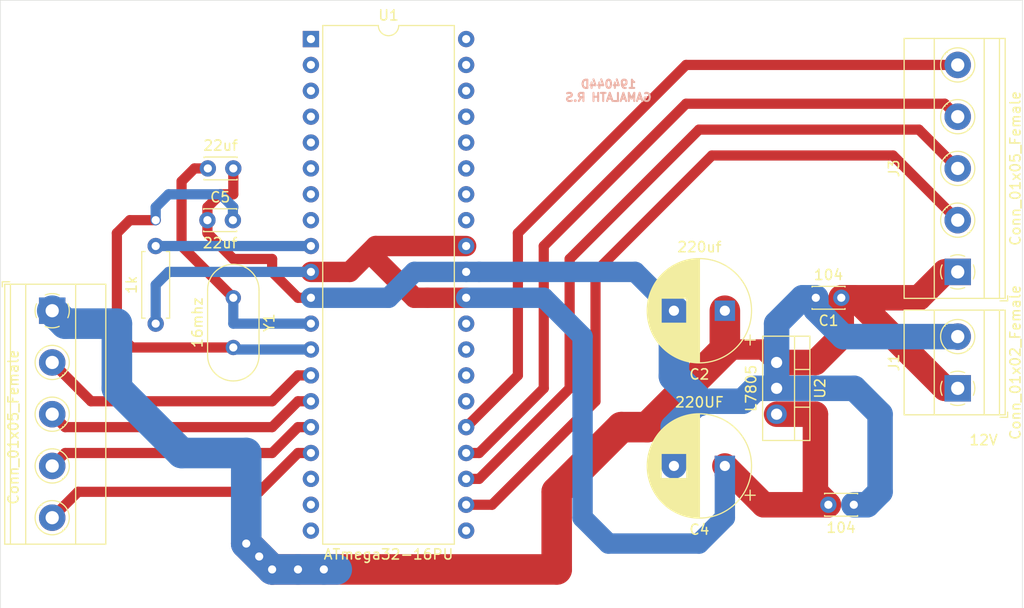
<source format=kicad_pcb>
(kicad_pcb (version 20171130) (host pcbnew "(5.1.6)-1")

  (general
    (thickness 1.6)
    (drawings 6)
    (tracks 154)
    (zones 0)
    (modules 13)
    (nets 39)
  )

  (page A4)
  (layers
    (0 F.Cu signal)
    (31 B.Cu signal)
    (32 B.Adhes user)
    (33 F.Adhes user)
    (34 B.Paste user)
    (35 F.Paste user)
    (36 B.SilkS user)
    (37 F.SilkS user)
    (38 B.Mask user)
    (39 F.Mask user)
    (40 Dwgs.User user)
    (41 Cmts.User user)
    (42 Eco1.User user)
    (43 Eco2.User user)
    (44 Edge.Cuts user)
    (45 Margin user)
    (46 B.CrtYd user)
    (47 F.CrtYd user)
    (48 B.Fab user)
    (49 F.Fab user)
  )

  (setup
    (last_trace_width 0.25)
    (user_trace_width 1)
    (user_trace_width 2)
    (user_trace_width 2.5)
    (user_trace_width 3)
    (trace_clearance 0.2)
    (zone_clearance 0.508)
    (zone_45_only no)
    (trace_min 0.2)
    (via_size 0.8)
    (via_drill 0.4)
    (via_min_size 0.4)
    (via_min_drill 0.3)
    (uvia_size 0.3)
    (uvia_drill 0.1)
    (uvias_allowed no)
    (uvia_min_size 0.2)
    (uvia_min_drill 0.1)
    (edge_width 0.05)
    (segment_width 0.2)
    (pcb_text_width 0.3)
    (pcb_text_size 1.5 1.5)
    (mod_edge_width 0.12)
    (mod_text_size 1 1)
    (mod_text_width 0.15)
    (pad_size 1.6 1.6)
    (pad_drill 0.8)
    (pad_to_mask_clearance 0.05)
    (aux_axis_origin 0 0)
    (visible_elements 7FFFFFFF)
    (pcbplotparams
      (layerselection 0x010fc_ffffffff)
      (usegerberextensions false)
      (usegerberattributes true)
      (usegerberadvancedattributes true)
      (creategerberjobfile true)
      (excludeedgelayer true)
      (linewidth 0.100000)
      (plotframeref false)
      (viasonmask false)
      (mode 1)
      (useauxorigin false)
      (hpglpennumber 1)
      (hpglpenspeed 20)
      (hpglpendiameter 15.000000)
      (psnegative false)
      (psa4output false)
      (plotreference true)
      (plotvalue true)
      (plotinvisibletext false)
      (padsonsilk false)
      (subtractmaskfromsilk false)
      (outputformat 1)
      (mirror false)
      (drillshape 1)
      (scaleselection 1)
      (outputdirectory ""))
  )

  (net 0 "")
  (net 1 12v)
  (net 2 GND)
  (net 3 5v)
  (net 4 Externel_clk_1)
  (net 5 Externel_clk_2)
  (net 6 PB3)
  (net 7 PB2)
  (net 8 PB1)
  (net 9 PB0)
  (net 10 PC0)
  (net 11 PC1)
  (net 12 PC2)
  (net 13 PC3)
  (net 14 "Net-(R1-Pad1)")
  (net 15 "Net-(U1-Pad1)")
  (net 16 "Net-(U1-Pad21)")
  (net 17 "Net-(U1-Pad2)")
  (net 18 "Net-(U1-Pad3)")
  (net 19 "Net-(U1-Pad4)")
  (net 20 "Net-(U1-Pad5)")
  (net 21 "Net-(U1-Pad6)")
  (net 22 "Net-(U1-Pad26)")
  (net 23 "Net-(U1-Pad7)")
  (net 24 "Net-(U1-Pad27)")
  (net 25 "Net-(U1-Pad8)")
  (net 26 "Net-(U1-Pad28)")
  (net 27 "Net-(U1-Pad29)")
  (net 28 "Net-(U1-Pad33)")
  (net 29 "Net-(U1-Pad34)")
  (net 30 "Net-(U1-Pad35)")
  (net 31 "Net-(U1-Pad36)")
  (net 32 "Net-(U1-Pad37)")
  (net 33 "Net-(U1-Pad18)")
  (net 34 "Net-(U1-Pad38)")
  (net 35 "Net-(U1-Pad19)")
  (net 36 "Net-(U1-Pad39)")
  (net 37 "Net-(U1-Pad20)")
  (net 38 "Net-(U1-Pad40)")

  (net_class Default "This is the default net class."
    (clearance 0.2)
    (trace_width 0.25)
    (via_dia 0.8)
    (via_drill 0.4)
    (uvia_dia 0.3)
    (uvia_drill 0.1)
    (add_net 12v)
    (add_net 5v)
    (add_net Externel_clk_1)
    (add_net Externel_clk_2)
    (add_net GND)
    (add_net "Net-(R1-Pad1)")
    (add_net "Net-(U1-Pad1)")
    (add_net "Net-(U1-Pad18)")
    (add_net "Net-(U1-Pad19)")
    (add_net "Net-(U1-Pad2)")
    (add_net "Net-(U1-Pad20)")
    (add_net "Net-(U1-Pad21)")
    (add_net "Net-(U1-Pad26)")
    (add_net "Net-(U1-Pad27)")
    (add_net "Net-(U1-Pad28)")
    (add_net "Net-(U1-Pad29)")
    (add_net "Net-(U1-Pad3)")
    (add_net "Net-(U1-Pad33)")
    (add_net "Net-(U1-Pad34)")
    (add_net "Net-(U1-Pad35)")
    (add_net "Net-(U1-Pad36)")
    (add_net "Net-(U1-Pad37)")
    (add_net "Net-(U1-Pad38)")
    (add_net "Net-(U1-Pad39)")
    (add_net "Net-(U1-Pad4)")
    (add_net "Net-(U1-Pad40)")
    (add_net "Net-(U1-Pad5)")
    (add_net "Net-(U1-Pad6)")
    (add_net "Net-(U1-Pad7)")
    (add_net "Net-(U1-Pad8)")
    (add_net PB0)
    (add_net PB1)
    (add_net PB2)
    (add_net PB3)
    (add_net PC0)
    (add_net PC1)
    (add_net PC2)
    (add_net PC3)
  )

  (module Capacitor_THT:C_Disc_D3.0mm_W2.0mm_P2.50mm (layer F.Cu) (tedit 5AE50EF0) (tstamp 607367BB)
    (at 226.06 124.46 180)
    (descr "C, Disc series, Radial, pin pitch=2.50mm, , diameter*width=3*2mm^2, Capacitor")
    (tags "C Disc series Radial pin pitch 2.50mm  diameter 3mm width 2mm Capacitor")
    (path /607294FE)
    (fp_text reference C1 (at 1.25 -2.25) (layer F.SilkS)
      (effects (font (size 1 1) (thickness 0.15)))
    )
    (fp_text value 104 (at 1.25 2.25) (layer F.SilkS)
      (effects (font (size 1 1) (thickness 0.15)))
    )
    (fp_line (start -0.25 -1) (end -0.25 1) (layer F.Fab) (width 0.1))
    (fp_line (start -0.25 1) (end 2.75 1) (layer F.Fab) (width 0.1))
    (fp_line (start 2.75 1) (end 2.75 -1) (layer F.Fab) (width 0.1))
    (fp_line (start 2.75 -1) (end -0.25 -1) (layer F.Fab) (width 0.1))
    (fp_line (start -0.37 -1.12) (end 2.87 -1.12) (layer F.SilkS) (width 0.12))
    (fp_line (start -0.37 1.12) (end 2.87 1.12) (layer F.SilkS) (width 0.12))
    (fp_line (start -0.37 -1.12) (end -0.37 -1.055) (layer F.SilkS) (width 0.12))
    (fp_line (start -0.37 1.055) (end -0.37 1.12) (layer F.SilkS) (width 0.12))
    (fp_line (start 2.87 -1.12) (end 2.87 -1.055) (layer F.SilkS) (width 0.12))
    (fp_line (start 2.87 1.055) (end 2.87 1.12) (layer F.SilkS) (width 0.12))
    (fp_line (start -1.05 -1.25) (end -1.05 1.25) (layer F.CrtYd) (width 0.05))
    (fp_line (start -1.05 1.25) (end 3.55 1.25) (layer F.CrtYd) (width 0.05))
    (fp_line (start 3.55 1.25) (end 3.55 -1.25) (layer F.CrtYd) (width 0.05))
    (fp_line (start 3.55 -1.25) (end -1.05 -1.25) (layer F.CrtYd) (width 0.05))
    (fp_text user %R (at 1.25 0) (layer F.Fab)
      (effects (font (size 0.6 0.6) (thickness 0.09)))
    )
    (pad 1 thru_hole circle (at 0 0 180) (size 1.6 1.6) (drill 0.8) (layers *.Cu *.Mask)
      (net 1 12v))
    (pad 2 thru_hole circle (at 2.5 0 180) (size 1.6 1.6) (drill 0.8) (layers *.Cu *.Mask)
      (net 2 GND))
    (model ${KISYS3DMOD}/Capacitor_THT.3dshapes/C_Disc_D3.0mm_W2.0mm_P2.50mm.wrl
      (at (xyz 0 0 0))
      (scale (xyz 1 1 1))
      (rotate (xyz 0 0 0))
    )
  )

  (module Capacitor_THT:CP_Radial_D10.0mm_P5.00mm (layer F.Cu) (tedit 5AE50EF1) (tstamp 60736887)
    (at 214.63 125.73 180)
    (descr "CP, Radial series, Radial, pin pitch=5.00mm, , diameter=10mm, Electrolytic Capacitor")
    (tags "CP Radial series Radial pin pitch 5.00mm  diameter 10mm Electrolytic Capacitor")
    (path /6072A149)
    (fp_text reference C2 (at 2.5 -6.25) (layer F.SilkS)
      (effects (font (size 1 1) (thickness 0.15)))
    )
    (fp_text value 220uf (at 2.5 6.25) (layer F.SilkS)
      (effects (font (size 1 1) (thickness 0.15)))
    )
    (fp_line (start -2.479646 -3.375) (end -2.479646 -2.375) (layer F.SilkS) (width 0.12))
    (fp_line (start -2.979646 -2.875) (end -1.979646 -2.875) (layer F.SilkS) (width 0.12))
    (fp_line (start 7.581 -0.599) (end 7.581 0.599) (layer F.SilkS) (width 0.12))
    (fp_line (start 7.541 -0.862) (end 7.541 0.862) (layer F.SilkS) (width 0.12))
    (fp_line (start 7.501 -1.062) (end 7.501 1.062) (layer F.SilkS) (width 0.12))
    (fp_line (start 7.461 -1.23) (end 7.461 1.23) (layer F.SilkS) (width 0.12))
    (fp_line (start 7.421 -1.378) (end 7.421 1.378) (layer F.SilkS) (width 0.12))
    (fp_line (start 7.381 -1.51) (end 7.381 1.51) (layer F.SilkS) (width 0.12))
    (fp_line (start 7.341 -1.63) (end 7.341 1.63) (layer F.SilkS) (width 0.12))
    (fp_line (start 7.301 -1.742) (end 7.301 1.742) (layer F.SilkS) (width 0.12))
    (fp_line (start 7.261 -1.846) (end 7.261 1.846) (layer F.SilkS) (width 0.12))
    (fp_line (start 7.221 -1.944) (end 7.221 1.944) (layer F.SilkS) (width 0.12))
    (fp_line (start 7.181 -2.037) (end 7.181 2.037) (layer F.SilkS) (width 0.12))
    (fp_line (start 7.141 -2.125) (end 7.141 2.125) (layer F.SilkS) (width 0.12))
    (fp_line (start 7.101 -2.209) (end 7.101 2.209) (layer F.SilkS) (width 0.12))
    (fp_line (start 7.061 -2.289) (end 7.061 2.289) (layer F.SilkS) (width 0.12))
    (fp_line (start 7.021 -2.365) (end 7.021 2.365) (layer F.SilkS) (width 0.12))
    (fp_line (start 6.981 -2.439) (end 6.981 2.439) (layer F.SilkS) (width 0.12))
    (fp_line (start 6.941 -2.51) (end 6.941 2.51) (layer F.SilkS) (width 0.12))
    (fp_line (start 6.901 -2.579) (end 6.901 2.579) (layer F.SilkS) (width 0.12))
    (fp_line (start 6.861 -2.645) (end 6.861 2.645) (layer F.SilkS) (width 0.12))
    (fp_line (start 6.821 -2.709) (end 6.821 2.709) (layer F.SilkS) (width 0.12))
    (fp_line (start 6.781 -2.77) (end 6.781 2.77) (layer F.SilkS) (width 0.12))
    (fp_line (start 6.741 -2.83) (end 6.741 2.83) (layer F.SilkS) (width 0.12))
    (fp_line (start 6.701 -2.889) (end 6.701 2.889) (layer F.SilkS) (width 0.12))
    (fp_line (start 6.661 -2.945) (end 6.661 2.945) (layer F.SilkS) (width 0.12))
    (fp_line (start 6.621 -3) (end 6.621 3) (layer F.SilkS) (width 0.12))
    (fp_line (start 6.581 -3.054) (end 6.581 3.054) (layer F.SilkS) (width 0.12))
    (fp_line (start 6.541 -3.106) (end 6.541 3.106) (layer F.SilkS) (width 0.12))
    (fp_line (start 6.501 -3.156) (end 6.501 3.156) (layer F.SilkS) (width 0.12))
    (fp_line (start 6.461 -3.206) (end 6.461 3.206) (layer F.SilkS) (width 0.12))
    (fp_line (start 6.421 -3.254) (end 6.421 3.254) (layer F.SilkS) (width 0.12))
    (fp_line (start 6.381 -3.301) (end 6.381 3.301) (layer F.SilkS) (width 0.12))
    (fp_line (start 6.341 -3.347) (end 6.341 3.347) (layer F.SilkS) (width 0.12))
    (fp_line (start 6.301 -3.392) (end 6.301 3.392) (layer F.SilkS) (width 0.12))
    (fp_line (start 6.261 -3.436) (end 6.261 3.436) (layer F.SilkS) (width 0.12))
    (fp_line (start 6.221 1.241) (end 6.221 3.478) (layer F.SilkS) (width 0.12))
    (fp_line (start 6.221 -3.478) (end 6.221 -1.241) (layer F.SilkS) (width 0.12))
    (fp_line (start 6.181 1.241) (end 6.181 3.52) (layer F.SilkS) (width 0.12))
    (fp_line (start 6.181 -3.52) (end 6.181 -1.241) (layer F.SilkS) (width 0.12))
    (fp_line (start 6.141 1.241) (end 6.141 3.561) (layer F.SilkS) (width 0.12))
    (fp_line (start 6.141 -3.561) (end 6.141 -1.241) (layer F.SilkS) (width 0.12))
    (fp_line (start 6.101 1.241) (end 6.101 3.601) (layer F.SilkS) (width 0.12))
    (fp_line (start 6.101 -3.601) (end 6.101 -1.241) (layer F.SilkS) (width 0.12))
    (fp_line (start 6.061 1.241) (end 6.061 3.64) (layer F.SilkS) (width 0.12))
    (fp_line (start 6.061 -3.64) (end 6.061 -1.241) (layer F.SilkS) (width 0.12))
    (fp_line (start 6.021 1.241) (end 6.021 3.679) (layer F.SilkS) (width 0.12))
    (fp_line (start 6.021 -3.679) (end 6.021 -1.241) (layer F.SilkS) (width 0.12))
    (fp_line (start 5.981 1.241) (end 5.981 3.716) (layer F.SilkS) (width 0.12))
    (fp_line (start 5.981 -3.716) (end 5.981 -1.241) (layer F.SilkS) (width 0.12))
    (fp_line (start 5.941 1.241) (end 5.941 3.753) (layer F.SilkS) (width 0.12))
    (fp_line (start 5.941 -3.753) (end 5.941 -1.241) (layer F.SilkS) (width 0.12))
    (fp_line (start 5.901 1.241) (end 5.901 3.789) (layer F.SilkS) (width 0.12))
    (fp_line (start 5.901 -3.789) (end 5.901 -1.241) (layer F.SilkS) (width 0.12))
    (fp_line (start 5.861 1.241) (end 5.861 3.824) (layer F.SilkS) (width 0.12))
    (fp_line (start 5.861 -3.824) (end 5.861 -1.241) (layer F.SilkS) (width 0.12))
    (fp_line (start 5.821 1.241) (end 5.821 3.858) (layer F.SilkS) (width 0.12))
    (fp_line (start 5.821 -3.858) (end 5.821 -1.241) (layer F.SilkS) (width 0.12))
    (fp_line (start 5.781 1.241) (end 5.781 3.892) (layer F.SilkS) (width 0.12))
    (fp_line (start 5.781 -3.892) (end 5.781 -1.241) (layer F.SilkS) (width 0.12))
    (fp_line (start 5.741 1.241) (end 5.741 3.925) (layer F.SilkS) (width 0.12))
    (fp_line (start 5.741 -3.925) (end 5.741 -1.241) (layer F.SilkS) (width 0.12))
    (fp_line (start 5.701 1.241) (end 5.701 3.957) (layer F.SilkS) (width 0.12))
    (fp_line (start 5.701 -3.957) (end 5.701 -1.241) (layer F.SilkS) (width 0.12))
    (fp_line (start 5.661 1.241) (end 5.661 3.989) (layer F.SilkS) (width 0.12))
    (fp_line (start 5.661 -3.989) (end 5.661 -1.241) (layer F.SilkS) (width 0.12))
    (fp_line (start 5.621 1.241) (end 5.621 4.02) (layer F.SilkS) (width 0.12))
    (fp_line (start 5.621 -4.02) (end 5.621 -1.241) (layer F.SilkS) (width 0.12))
    (fp_line (start 5.581 1.241) (end 5.581 4.05) (layer F.SilkS) (width 0.12))
    (fp_line (start 5.581 -4.05) (end 5.581 -1.241) (layer F.SilkS) (width 0.12))
    (fp_line (start 5.541 1.241) (end 5.541 4.08) (layer F.SilkS) (width 0.12))
    (fp_line (start 5.541 -4.08) (end 5.541 -1.241) (layer F.SilkS) (width 0.12))
    (fp_line (start 5.501 1.241) (end 5.501 4.11) (layer F.SilkS) (width 0.12))
    (fp_line (start 5.501 -4.11) (end 5.501 -1.241) (layer F.SilkS) (width 0.12))
    (fp_line (start 5.461 1.241) (end 5.461 4.138) (layer F.SilkS) (width 0.12))
    (fp_line (start 5.461 -4.138) (end 5.461 -1.241) (layer F.SilkS) (width 0.12))
    (fp_line (start 5.421 1.241) (end 5.421 4.166) (layer F.SilkS) (width 0.12))
    (fp_line (start 5.421 -4.166) (end 5.421 -1.241) (layer F.SilkS) (width 0.12))
    (fp_line (start 5.381 1.241) (end 5.381 4.194) (layer F.SilkS) (width 0.12))
    (fp_line (start 5.381 -4.194) (end 5.381 -1.241) (layer F.SilkS) (width 0.12))
    (fp_line (start 5.341 1.241) (end 5.341 4.221) (layer F.SilkS) (width 0.12))
    (fp_line (start 5.341 -4.221) (end 5.341 -1.241) (layer F.SilkS) (width 0.12))
    (fp_line (start 5.301 1.241) (end 5.301 4.247) (layer F.SilkS) (width 0.12))
    (fp_line (start 5.301 -4.247) (end 5.301 -1.241) (layer F.SilkS) (width 0.12))
    (fp_line (start 5.261 1.241) (end 5.261 4.273) (layer F.SilkS) (width 0.12))
    (fp_line (start 5.261 -4.273) (end 5.261 -1.241) (layer F.SilkS) (width 0.12))
    (fp_line (start 5.221 1.241) (end 5.221 4.298) (layer F.SilkS) (width 0.12))
    (fp_line (start 5.221 -4.298) (end 5.221 -1.241) (layer F.SilkS) (width 0.12))
    (fp_line (start 5.181 1.241) (end 5.181 4.323) (layer F.SilkS) (width 0.12))
    (fp_line (start 5.181 -4.323) (end 5.181 -1.241) (layer F.SilkS) (width 0.12))
    (fp_line (start 5.141 1.241) (end 5.141 4.347) (layer F.SilkS) (width 0.12))
    (fp_line (start 5.141 -4.347) (end 5.141 -1.241) (layer F.SilkS) (width 0.12))
    (fp_line (start 5.101 1.241) (end 5.101 4.371) (layer F.SilkS) (width 0.12))
    (fp_line (start 5.101 -4.371) (end 5.101 -1.241) (layer F.SilkS) (width 0.12))
    (fp_line (start 5.061 1.241) (end 5.061 4.395) (layer F.SilkS) (width 0.12))
    (fp_line (start 5.061 -4.395) (end 5.061 -1.241) (layer F.SilkS) (width 0.12))
    (fp_line (start 5.021 1.241) (end 5.021 4.417) (layer F.SilkS) (width 0.12))
    (fp_line (start 5.021 -4.417) (end 5.021 -1.241) (layer F.SilkS) (width 0.12))
    (fp_line (start 4.981 1.241) (end 4.981 4.44) (layer F.SilkS) (width 0.12))
    (fp_line (start 4.981 -4.44) (end 4.981 -1.241) (layer F.SilkS) (width 0.12))
    (fp_line (start 4.941 1.241) (end 4.941 4.462) (layer F.SilkS) (width 0.12))
    (fp_line (start 4.941 -4.462) (end 4.941 -1.241) (layer F.SilkS) (width 0.12))
    (fp_line (start 4.901 1.241) (end 4.901 4.483) (layer F.SilkS) (width 0.12))
    (fp_line (start 4.901 -4.483) (end 4.901 -1.241) (layer F.SilkS) (width 0.12))
    (fp_line (start 4.861 1.241) (end 4.861 4.504) (layer F.SilkS) (width 0.12))
    (fp_line (start 4.861 -4.504) (end 4.861 -1.241) (layer F.SilkS) (width 0.12))
    (fp_line (start 4.821 1.241) (end 4.821 4.525) (layer F.SilkS) (width 0.12))
    (fp_line (start 4.821 -4.525) (end 4.821 -1.241) (layer F.SilkS) (width 0.12))
    (fp_line (start 4.781 1.241) (end 4.781 4.545) (layer F.SilkS) (width 0.12))
    (fp_line (start 4.781 -4.545) (end 4.781 -1.241) (layer F.SilkS) (width 0.12))
    (fp_line (start 4.741 1.241) (end 4.741 4.564) (layer F.SilkS) (width 0.12))
    (fp_line (start 4.741 -4.564) (end 4.741 -1.241) (layer F.SilkS) (width 0.12))
    (fp_line (start 4.701 1.241) (end 4.701 4.584) (layer F.SilkS) (width 0.12))
    (fp_line (start 4.701 -4.584) (end 4.701 -1.241) (layer F.SilkS) (width 0.12))
    (fp_line (start 4.661 1.241) (end 4.661 4.603) (layer F.SilkS) (width 0.12))
    (fp_line (start 4.661 -4.603) (end 4.661 -1.241) (layer F.SilkS) (width 0.12))
    (fp_line (start 4.621 1.241) (end 4.621 4.621) (layer F.SilkS) (width 0.12))
    (fp_line (start 4.621 -4.621) (end 4.621 -1.241) (layer F.SilkS) (width 0.12))
    (fp_line (start 4.581 1.241) (end 4.581 4.639) (layer F.SilkS) (width 0.12))
    (fp_line (start 4.581 -4.639) (end 4.581 -1.241) (layer F.SilkS) (width 0.12))
    (fp_line (start 4.541 1.241) (end 4.541 4.657) (layer F.SilkS) (width 0.12))
    (fp_line (start 4.541 -4.657) (end 4.541 -1.241) (layer F.SilkS) (width 0.12))
    (fp_line (start 4.501 1.241) (end 4.501 4.674) (layer F.SilkS) (width 0.12))
    (fp_line (start 4.501 -4.674) (end 4.501 -1.241) (layer F.SilkS) (width 0.12))
    (fp_line (start 4.461 1.241) (end 4.461 4.69) (layer F.SilkS) (width 0.12))
    (fp_line (start 4.461 -4.69) (end 4.461 -1.241) (layer F.SilkS) (width 0.12))
    (fp_line (start 4.421 1.241) (end 4.421 4.707) (layer F.SilkS) (width 0.12))
    (fp_line (start 4.421 -4.707) (end 4.421 -1.241) (layer F.SilkS) (width 0.12))
    (fp_line (start 4.381 1.241) (end 4.381 4.723) (layer F.SilkS) (width 0.12))
    (fp_line (start 4.381 -4.723) (end 4.381 -1.241) (layer F.SilkS) (width 0.12))
    (fp_line (start 4.341 1.241) (end 4.341 4.738) (layer F.SilkS) (width 0.12))
    (fp_line (start 4.341 -4.738) (end 4.341 -1.241) (layer F.SilkS) (width 0.12))
    (fp_line (start 4.301 1.241) (end 4.301 4.754) (layer F.SilkS) (width 0.12))
    (fp_line (start 4.301 -4.754) (end 4.301 -1.241) (layer F.SilkS) (width 0.12))
    (fp_line (start 4.261 1.241) (end 4.261 4.768) (layer F.SilkS) (width 0.12))
    (fp_line (start 4.261 -4.768) (end 4.261 -1.241) (layer F.SilkS) (width 0.12))
    (fp_line (start 4.221 1.241) (end 4.221 4.783) (layer F.SilkS) (width 0.12))
    (fp_line (start 4.221 -4.783) (end 4.221 -1.241) (layer F.SilkS) (width 0.12))
    (fp_line (start 4.181 1.241) (end 4.181 4.797) (layer F.SilkS) (width 0.12))
    (fp_line (start 4.181 -4.797) (end 4.181 -1.241) (layer F.SilkS) (width 0.12))
    (fp_line (start 4.141 1.241) (end 4.141 4.811) (layer F.SilkS) (width 0.12))
    (fp_line (start 4.141 -4.811) (end 4.141 -1.241) (layer F.SilkS) (width 0.12))
    (fp_line (start 4.101 1.241) (end 4.101 4.824) (layer F.SilkS) (width 0.12))
    (fp_line (start 4.101 -4.824) (end 4.101 -1.241) (layer F.SilkS) (width 0.12))
    (fp_line (start 4.061 1.241) (end 4.061 4.837) (layer F.SilkS) (width 0.12))
    (fp_line (start 4.061 -4.837) (end 4.061 -1.241) (layer F.SilkS) (width 0.12))
    (fp_line (start 4.021 1.241) (end 4.021 4.85) (layer F.SilkS) (width 0.12))
    (fp_line (start 4.021 -4.85) (end 4.021 -1.241) (layer F.SilkS) (width 0.12))
    (fp_line (start 3.981 1.241) (end 3.981 4.862) (layer F.SilkS) (width 0.12))
    (fp_line (start 3.981 -4.862) (end 3.981 -1.241) (layer F.SilkS) (width 0.12))
    (fp_line (start 3.941 1.241) (end 3.941 4.874) (layer F.SilkS) (width 0.12))
    (fp_line (start 3.941 -4.874) (end 3.941 -1.241) (layer F.SilkS) (width 0.12))
    (fp_line (start 3.901 1.241) (end 3.901 4.885) (layer F.SilkS) (width 0.12))
    (fp_line (start 3.901 -4.885) (end 3.901 -1.241) (layer F.SilkS) (width 0.12))
    (fp_line (start 3.861 1.241) (end 3.861 4.897) (layer F.SilkS) (width 0.12))
    (fp_line (start 3.861 -4.897) (end 3.861 -1.241) (layer F.SilkS) (width 0.12))
    (fp_line (start 3.821 1.241) (end 3.821 4.907) (layer F.SilkS) (width 0.12))
    (fp_line (start 3.821 -4.907) (end 3.821 -1.241) (layer F.SilkS) (width 0.12))
    (fp_line (start 3.781 1.241) (end 3.781 4.918) (layer F.SilkS) (width 0.12))
    (fp_line (start 3.781 -4.918) (end 3.781 -1.241) (layer F.SilkS) (width 0.12))
    (fp_line (start 3.741 -4.928) (end 3.741 4.928) (layer F.SilkS) (width 0.12))
    (fp_line (start 3.701 -4.938) (end 3.701 4.938) (layer F.SilkS) (width 0.12))
    (fp_line (start 3.661 -4.947) (end 3.661 4.947) (layer F.SilkS) (width 0.12))
    (fp_line (start 3.621 -4.956) (end 3.621 4.956) (layer F.SilkS) (width 0.12))
    (fp_line (start 3.581 -4.965) (end 3.581 4.965) (layer F.SilkS) (width 0.12))
    (fp_line (start 3.541 -4.974) (end 3.541 4.974) (layer F.SilkS) (width 0.12))
    (fp_line (start 3.501 -4.982) (end 3.501 4.982) (layer F.SilkS) (width 0.12))
    (fp_line (start 3.461 -4.99) (end 3.461 4.99) (layer F.SilkS) (width 0.12))
    (fp_line (start 3.421 -4.997) (end 3.421 4.997) (layer F.SilkS) (width 0.12))
    (fp_line (start 3.381 -5.004) (end 3.381 5.004) (layer F.SilkS) (width 0.12))
    (fp_line (start 3.341 -5.011) (end 3.341 5.011) (layer F.SilkS) (width 0.12))
    (fp_line (start 3.301 -5.018) (end 3.301 5.018) (layer F.SilkS) (width 0.12))
    (fp_line (start 3.261 -5.024) (end 3.261 5.024) (layer F.SilkS) (width 0.12))
    (fp_line (start 3.221 -5.03) (end 3.221 5.03) (layer F.SilkS) (width 0.12))
    (fp_line (start 3.18 -5.035) (end 3.18 5.035) (layer F.SilkS) (width 0.12))
    (fp_line (start 3.14 -5.04) (end 3.14 5.04) (layer F.SilkS) (width 0.12))
    (fp_line (start 3.1 -5.045) (end 3.1 5.045) (layer F.SilkS) (width 0.12))
    (fp_line (start 3.06 -5.05) (end 3.06 5.05) (layer F.SilkS) (width 0.12))
    (fp_line (start 3.02 -5.054) (end 3.02 5.054) (layer F.SilkS) (width 0.12))
    (fp_line (start 2.98 -5.058) (end 2.98 5.058) (layer F.SilkS) (width 0.12))
    (fp_line (start 2.94 -5.062) (end 2.94 5.062) (layer F.SilkS) (width 0.12))
    (fp_line (start 2.9 -5.065) (end 2.9 5.065) (layer F.SilkS) (width 0.12))
    (fp_line (start 2.86 -5.068) (end 2.86 5.068) (layer F.SilkS) (width 0.12))
    (fp_line (start 2.82 -5.07) (end 2.82 5.07) (layer F.SilkS) (width 0.12))
    (fp_line (start 2.78 -5.073) (end 2.78 5.073) (layer F.SilkS) (width 0.12))
    (fp_line (start 2.74 -5.075) (end 2.74 5.075) (layer F.SilkS) (width 0.12))
    (fp_line (start 2.7 -5.077) (end 2.7 5.077) (layer F.SilkS) (width 0.12))
    (fp_line (start 2.66 -5.078) (end 2.66 5.078) (layer F.SilkS) (width 0.12))
    (fp_line (start 2.62 -5.079) (end 2.62 5.079) (layer F.SilkS) (width 0.12))
    (fp_line (start 2.58 -5.08) (end 2.58 5.08) (layer F.SilkS) (width 0.12))
    (fp_line (start 2.54 -5.08) (end 2.54 5.08) (layer F.SilkS) (width 0.12))
    (fp_line (start 2.5 -5.08) (end 2.5 5.08) (layer F.SilkS) (width 0.12))
    (fp_line (start -1.288861 -2.6875) (end -1.288861 -1.6875) (layer F.Fab) (width 0.1))
    (fp_line (start -1.788861 -2.1875) (end -0.788861 -2.1875) (layer F.Fab) (width 0.1))
    (fp_circle (center 2.5 0) (end 7.75 0) (layer F.CrtYd) (width 0.05))
    (fp_circle (center 2.5 0) (end 7.62 0) (layer F.SilkS) (width 0.12))
    (fp_circle (center 2.5 0) (end 7.5 0) (layer F.Fab) (width 0.1))
    (fp_text user %R (at 2.5 0) (layer F.Fab) hide
      (effects (font (size 1 1) (thickness 0.15)))
    )
    (pad 2 thru_hole circle (at 5 0 180) (size 2 2) (drill 1) (layers *.Cu *.Mask)
      (net 2 GND))
    (pad 1 thru_hole rect (at 0 0 180) (size 2 2) (drill 1) (layers *.Cu *.Mask)
      (net 1 12v))
    (model ${KISYS3DMOD}/Capacitor_THT.3dshapes/CP_Radial_D10.0mm_P5.00mm.wrl
      (at (xyz 0 0 0))
      (scale (xyz 1 1 1))
      (rotate (xyz 0 0 0))
    )
  )

  (module Capacitor_THT:C_Disc_D3.0mm_W2.0mm_P2.50mm (layer F.Cu) (tedit 5AE50EF0) (tstamp 6073689C)
    (at 224.79 144.78)
    (descr "C, Disc series, Radial, pin pitch=2.50mm, , diameter*width=3*2mm^2, Capacitor")
    (tags "C Disc series Radial pin pitch 2.50mm  diameter 3mm width 2mm Capacitor")
    (path /60729689)
    (fp_text reference C3 (at 1.25 -2.25) (layer F.SilkS) hide
      (effects (font (size 1 1) (thickness 0.15)))
    )
    (fp_text value 104 (at 1.25 2.25) (layer F.SilkS)
      (effects (font (size 1 1) (thickness 0.15)))
    )
    (fp_line (start 3.55 -1.25) (end -1.05 -1.25) (layer F.CrtYd) (width 0.05))
    (fp_line (start 3.55 1.25) (end 3.55 -1.25) (layer F.CrtYd) (width 0.05))
    (fp_line (start -1.05 1.25) (end 3.55 1.25) (layer F.CrtYd) (width 0.05))
    (fp_line (start -1.05 -1.25) (end -1.05 1.25) (layer F.CrtYd) (width 0.05))
    (fp_line (start 2.87 1.055) (end 2.87 1.12) (layer F.SilkS) (width 0.12))
    (fp_line (start 2.87 -1.12) (end 2.87 -1.055) (layer F.SilkS) (width 0.12))
    (fp_line (start -0.37 1.055) (end -0.37 1.12) (layer F.SilkS) (width 0.12))
    (fp_line (start -0.37 -1.12) (end -0.37 -1.055) (layer F.SilkS) (width 0.12))
    (fp_line (start -0.37 1.12) (end 2.87 1.12) (layer F.SilkS) (width 0.12))
    (fp_line (start -0.37 -1.12) (end 2.87 -1.12) (layer F.SilkS) (width 0.12))
    (fp_line (start 2.75 -1) (end -0.25 -1) (layer F.Fab) (width 0.1))
    (fp_line (start 2.75 1) (end 2.75 -1) (layer F.Fab) (width 0.1))
    (fp_line (start -0.25 1) (end 2.75 1) (layer F.Fab) (width 0.1))
    (fp_line (start -0.25 -1) (end -0.25 1) (layer F.Fab) (width 0.1))
    (fp_text user %R (at 1.25 0) (layer F.Fab)
      (effects (font (size 0.6 0.6) (thickness 0.09)))
    )
    (pad 2 thru_hole circle (at 2.5 0) (size 1.6 1.6) (drill 0.8) (layers *.Cu *.Mask)
      (net 2 GND))
    (pad 1 thru_hole circle (at 0 0) (size 1.6 1.6) (drill 0.8) (layers *.Cu *.Mask)
      (net 3 5v))
    (model ${KISYS3DMOD}/Capacitor_THT.3dshapes/C_Disc_D3.0mm_W2.0mm_P2.50mm.wrl
      (at (xyz 0 0 0))
      (scale (xyz 1 1 1))
      (rotate (xyz 0 0 0))
    )
  )

  (module Capacitor_THT:CP_Radial_D10.0mm_P5.00mm (layer F.Cu) (tedit 60729BF0) (tstamp 60736968)
    (at 214.63 140.97 180)
    (descr "CP, Radial series, Radial, pin pitch=5.00mm, , diameter=10mm, Electrolytic Capacitor")
    (tags "CP Radial series Radial pin pitch 5.00mm  diameter 10mm Electrolytic Capacitor")
    (path /60729B66)
    (fp_text reference C4 (at 2.5 -6.25) (layer F.SilkS)
      (effects (font (size 1 1) (thickness 0.15)))
    )
    (fp_text value 220UF (at 2.5 6.25) (layer F.SilkS)
      (effects (font (size 1 1) (thickness 0.15)))
    )
    (fp_circle (center 2.5 0) (end 7.5 0) (layer F.Fab) (width 0.1))
    (fp_circle (center 2.5 0) (end 7.62 0) (layer F.SilkS) (width 0.12))
    (fp_circle (center 2.5 0) (end 7.75 0) (layer F.CrtYd) (width 0.05))
    (fp_line (start -1.788861 -2.1875) (end -0.788861 -2.1875) (layer F.Fab) (width 0.1))
    (fp_line (start -1.288861 -2.6875) (end -1.288861 -1.6875) (layer F.Fab) (width 0.1))
    (fp_line (start 2.5 -5.08) (end 2.5 5.08) (layer F.SilkS) (width 0.12))
    (fp_line (start 2.54 -5.08) (end 2.54 5.08) (layer F.SilkS) (width 0.12))
    (fp_line (start 2.58 -5.08) (end 2.58 5.08) (layer F.SilkS) (width 0.12))
    (fp_line (start 2.62 -5.079) (end 2.62 5.079) (layer F.SilkS) (width 0.12))
    (fp_line (start 2.66 -5.078) (end 2.66 5.078) (layer F.SilkS) (width 0.12))
    (fp_line (start 2.7 -5.077) (end 2.7 5.077) (layer F.SilkS) (width 0.12))
    (fp_line (start 2.74 -5.075) (end 2.74 5.075) (layer F.SilkS) (width 0.12))
    (fp_line (start 2.78 -5.073) (end 2.78 5.073) (layer F.SilkS) (width 0.12))
    (fp_line (start 2.82 -5.07) (end 2.82 5.07) (layer F.SilkS) (width 0.12))
    (fp_line (start 2.86 -5.068) (end 2.86 5.068) (layer F.SilkS) (width 0.12))
    (fp_line (start 2.9 -5.065) (end 2.9 5.065) (layer F.SilkS) (width 0.12))
    (fp_line (start 2.94 -5.062) (end 2.94 5.062) (layer F.SilkS) (width 0.12))
    (fp_line (start 2.98 -5.058) (end 2.98 5.058) (layer F.SilkS) (width 0.12))
    (fp_line (start 3.02 -5.054) (end 3.02 5.054) (layer F.SilkS) (width 0.12))
    (fp_line (start 3.06 -5.05) (end 3.06 5.05) (layer F.SilkS) (width 0.12))
    (fp_line (start 3.1 -5.045) (end 3.1 5.045) (layer F.SilkS) (width 0.12))
    (fp_line (start 3.14 -5.04) (end 3.14 5.04) (layer F.SilkS) (width 0.12))
    (fp_line (start 3.18 -5.035) (end 3.18 5.035) (layer F.SilkS) (width 0.12))
    (fp_line (start 3.221 -5.03) (end 3.221 5.03) (layer F.SilkS) (width 0.12))
    (fp_line (start 3.261 -5.024) (end 3.261 5.024) (layer F.SilkS) (width 0.12))
    (fp_line (start 3.301 -5.018) (end 3.301 5.018) (layer F.SilkS) (width 0.12))
    (fp_line (start 3.341 -5.011) (end 3.341 5.011) (layer F.SilkS) (width 0.12))
    (fp_line (start 3.381 -5.004) (end 3.381 5.004) (layer F.SilkS) (width 0.12))
    (fp_line (start 3.421 -4.997) (end 3.421 4.997) (layer F.SilkS) (width 0.12))
    (fp_line (start 3.461 -4.99) (end 3.461 4.99) (layer F.SilkS) (width 0.12))
    (fp_line (start 3.501 -4.982) (end 3.501 4.982) (layer F.SilkS) (width 0.12))
    (fp_line (start 3.541 -4.974) (end 3.541 4.974) (layer F.SilkS) (width 0.12))
    (fp_line (start 3.581 -4.965) (end 3.581 4.965) (layer F.SilkS) (width 0.12))
    (fp_line (start 3.621 -4.956) (end 3.621 4.956) (layer F.SilkS) (width 0.12))
    (fp_line (start 3.661 -4.947) (end 3.661 4.947) (layer F.SilkS) (width 0.12))
    (fp_line (start 3.701 -4.938) (end 3.701 4.938) (layer F.SilkS) (width 0.12))
    (fp_line (start 3.741 -4.928) (end 3.741 4.928) (layer F.SilkS) (width 0.12))
    (fp_line (start 3.781 -4.918) (end 3.781 -1.241) (layer F.SilkS) (width 0.12))
    (fp_line (start 3.781 1.241) (end 3.781 4.918) (layer F.SilkS) (width 0.12))
    (fp_line (start 3.821 -4.907) (end 3.821 -1.241) (layer F.SilkS) (width 0.12))
    (fp_line (start 3.821 1.241) (end 3.821 4.907) (layer F.SilkS) (width 0.12))
    (fp_line (start 3.861 -4.897) (end 3.861 -1.241) (layer F.SilkS) (width 0.12))
    (fp_line (start 3.861 1.241) (end 3.861 4.897) (layer F.SilkS) (width 0.12))
    (fp_line (start 3.901 -4.885) (end 3.901 -1.241) (layer F.SilkS) (width 0.12))
    (fp_line (start 3.901 1.241) (end 3.901 4.885) (layer F.SilkS) (width 0.12))
    (fp_line (start 3.941 -4.874) (end 3.941 -1.241) (layer F.SilkS) (width 0.12))
    (fp_line (start 3.941 1.241) (end 3.941 4.874) (layer F.SilkS) (width 0.12))
    (fp_line (start 3.981 -4.862) (end 3.981 -1.241) (layer F.SilkS) (width 0.12))
    (fp_line (start 3.981 1.241) (end 3.981 4.862) (layer F.SilkS) (width 0.12))
    (fp_line (start 4.021 -4.85) (end 4.021 -1.241) (layer F.SilkS) (width 0.12))
    (fp_line (start 4.021 1.241) (end 4.021 4.85) (layer F.SilkS) (width 0.12))
    (fp_line (start 4.061 -4.837) (end 4.061 -1.241) (layer F.SilkS) (width 0.12))
    (fp_line (start 4.061 1.241) (end 4.061 4.837) (layer F.SilkS) (width 0.12))
    (fp_line (start 4.101 -4.824) (end 4.101 -1.241) (layer F.SilkS) (width 0.12))
    (fp_line (start 4.101 1.241) (end 4.101 4.824) (layer F.SilkS) (width 0.12))
    (fp_line (start 4.141 -4.811) (end 4.141 -1.241) (layer F.SilkS) (width 0.12))
    (fp_line (start 4.141 1.241) (end 4.141 4.811) (layer F.SilkS) (width 0.12))
    (fp_line (start 4.181 -4.797) (end 4.181 -1.241) (layer F.SilkS) (width 0.12))
    (fp_line (start 4.181 1.241) (end 4.181 4.797) (layer F.SilkS) (width 0.12))
    (fp_line (start 4.221 -4.783) (end 4.221 -1.241) (layer F.SilkS) (width 0.12))
    (fp_line (start 4.221 1.241) (end 4.221 4.783) (layer F.SilkS) (width 0.12))
    (fp_line (start 4.261 -4.768) (end 4.261 -1.241) (layer F.SilkS) (width 0.12))
    (fp_line (start 4.261 1.241) (end 4.261 4.768) (layer F.SilkS) (width 0.12))
    (fp_line (start 4.301 -4.754) (end 4.301 -1.241) (layer F.SilkS) (width 0.12))
    (fp_line (start 4.301 1.241) (end 4.301 4.754) (layer F.SilkS) (width 0.12))
    (fp_line (start 4.341 -4.738) (end 4.341 -1.241) (layer F.SilkS) (width 0.12))
    (fp_line (start 4.341 1.241) (end 4.341 4.738) (layer F.SilkS) (width 0.12))
    (fp_line (start 4.381 -4.723) (end 4.381 -1.241) (layer F.SilkS) (width 0.12))
    (fp_line (start 4.381 1.241) (end 4.381 4.723) (layer F.SilkS) (width 0.12))
    (fp_line (start 4.421 -4.707) (end 4.421 -1.241) (layer F.SilkS) (width 0.12))
    (fp_line (start 4.421 1.241) (end 4.421 4.707) (layer F.SilkS) (width 0.12))
    (fp_line (start 4.461 -4.69) (end 4.461 -1.241) (layer F.SilkS) (width 0.12))
    (fp_line (start 4.461 1.241) (end 4.461 4.69) (layer F.SilkS) (width 0.12))
    (fp_line (start 4.501 -4.674) (end 4.501 -1.241) (layer F.SilkS) (width 0.12))
    (fp_line (start 4.501 1.241) (end 4.501 4.674) (layer F.SilkS) (width 0.12))
    (fp_line (start 4.541 -4.657) (end 4.541 -1.241) (layer F.SilkS) (width 0.12))
    (fp_line (start 4.541 1.241) (end 4.541 4.657) (layer F.SilkS) (width 0.12))
    (fp_line (start 4.581 -4.639) (end 4.581 -1.241) (layer F.SilkS) (width 0.12))
    (fp_line (start 4.581 1.241) (end 4.581 4.639) (layer F.SilkS) (width 0.12))
    (fp_line (start 4.621 -4.621) (end 4.621 -1.241) (layer F.SilkS) (width 0.12))
    (fp_line (start 4.621 1.241) (end 4.621 4.621) (layer F.SilkS) (width 0.12))
    (fp_line (start 4.661 -4.603) (end 4.661 -1.241) (layer F.SilkS) (width 0.12))
    (fp_line (start 4.661 1.241) (end 4.661 4.603) (layer F.SilkS) (width 0.12))
    (fp_line (start 4.701 -4.584) (end 4.701 -1.241) (layer F.SilkS) (width 0.12))
    (fp_line (start 4.701 1.241) (end 4.701 4.584) (layer F.SilkS) (width 0.12))
    (fp_line (start 4.741 -4.564) (end 4.741 -1.241) (layer F.SilkS) (width 0.12))
    (fp_line (start 4.741 1.241) (end 4.741 4.564) (layer F.SilkS) (width 0.12))
    (fp_line (start 4.781 -4.545) (end 4.781 -1.241) (layer F.SilkS) (width 0.12))
    (fp_line (start 4.781 1.241) (end 4.781 4.545) (layer F.SilkS) (width 0.12))
    (fp_line (start 4.821 -4.525) (end 4.821 -1.241) (layer F.SilkS) (width 0.12))
    (fp_line (start 4.821 1.241) (end 4.821 4.525) (layer F.SilkS) (width 0.12))
    (fp_line (start 4.861 -4.504) (end 4.861 -1.241) (layer F.SilkS) (width 0.12))
    (fp_line (start 4.861 1.241) (end 4.861 4.504) (layer F.SilkS) (width 0.12))
    (fp_line (start 4.901 -4.483) (end 4.901 -1.241) (layer F.SilkS) (width 0.12))
    (fp_line (start 4.901 1.241) (end 4.901 4.483) (layer F.SilkS) (width 0.12))
    (fp_line (start 4.941 -4.462) (end 4.941 -1.241) (layer F.SilkS) (width 0.12))
    (fp_line (start 4.941 1.241) (end 4.941 4.462) (layer F.SilkS) (width 0.12))
    (fp_line (start 4.981 -4.44) (end 4.981 -1.241) (layer F.SilkS) (width 0.12))
    (fp_line (start 4.981 1.241) (end 4.981 4.44) (layer F.SilkS) (width 0.12))
    (fp_line (start 5.021 -4.417) (end 5.021 -1.241) (layer F.SilkS) (width 0.12))
    (fp_line (start 5.021 1.241) (end 5.021 4.417) (layer F.SilkS) (width 0.12))
    (fp_line (start 5.061 -4.395) (end 5.061 -1.241) (layer F.SilkS) (width 0.12))
    (fp_line (start 5.061 1.241) (end 5.061 4.395) (layer F.SilkS) (width 0.12))
    (fp_line (start 5.101 -4.371) (end 5.101 -1.241) (layer F.SilkS) (width 0.12))
    (fp_line (start 5.101 1.241) (end 5.101 4.371) (layer F.SilkS) (width 0.12))
    (fp_line (start 5.141 -4.347) (end 5.141 -1.241) (layer F.SilkS) (width 0.12))
    (fp_line (start 5.141 1.241) (end 5.141 4.347) (layer F.SilkS) (width 0.12))
    (fp_line (start 5.181 -4.323) (end 5.181 -1.241) (layer F.SilkS) (width 0.12))
    (fp_line (start 5.181 1.241) (end 5.181 4.323) (layer F.SilkS) (width 0.12))
    (fp_line (start 5.221 -4.298) (end 5.221 -1.241) (layer F.SilkS) (width 0.12))
    (fp_line (start 5.221 1.241) (end 5.221 4.298) (layer F.SilkS) (width 0.12))
    (fp_line (start 5.261 -4.273) (end 5.261 -1.241) (layer F.SilkS) (width 0.12))
    (fp_line (start 5.261 1.241) (end 5.261 4.273) (layer F.SilkS) (width 0.12))
    (fp_line (start 5.301 -4.247) (end 5.301 -1.241) (layer F.SilkS) (width 0.12))
    (fp_line (start 5.301 1.241) (end 5.301 4.247) (layer F.SilkS) (width 0.12))
    (fp_line (start 5.341 -4.221) (end 5.341 -1.241) (layer F.SilkS) (width 0.12))
    (fp_line (start 5.341 1.241) (end 5.341 4.221) (layer F.SilkS) (width 0.12))
    (fp_line (start 5.381 -4.194) (end 5.381 -1.241) (layer F.SilkS) (width 0.12))
    (fp_line (start 5.381 1.241) (end 5.381 4.194) (layer F.SilkS) (width 0.12))
    (fp_line (start 5.421 -4.166) (end 5.421 -1.241) (layer F.SilkS) (width 0.12))
    (fp_line (start 5.421 1.241) (end 5.421 4.166) (layer F.SilkS) (width 0.12))
    (fp_line (start 5.461 -4.138) (end 5.461 -1.241) (layer F.SilkS) (width 0.12))
    (fp_line (start 5.461 1.241) (end 5.461 4.138) (layer F.SilkS) (width 0.12))
    (fp_line (start 5.501 -4.11) (end 5.501 -1.241) (layer F.SilkS) (width 0.12))
    (fp_line (start 5.501 1.241) (end 5.501 4.11) (layer F.SilkS) (width 0.12))
    (fp_line (start 5.541 -4.08) (end 5.541 -1.241) (layer F.SilkS) (width 0.12))
    (fp_line (start 5.541 1.241) (end 5.541 4.08) (layer F.SilkS) (width 0.12))
    (fp_line (start 5.581 -4.05) (end 5.581 -1.241) (layer F.SilkS) (width 0.12))
    (fp_line (start 5.581 1.241) (end 5.581 4.05) (layer F.SilkS) (width 0.12))
    (fp_line (start 5.621 -4.02) (end 5.621 -1.241) (layer F.SilkS) (width 0.12))
    (fp_line (start 5.621 1.241) (end 5.621 4.02) (layer F.SilkS) (width 0.12))
    (fp_line (start 5.661 -3.989) (end 5.661 -1.241) (layer F.SilkS) (width 0.12))
    (fp_line (start 5.661 1.241) (end 5.661 3.989) (layer F.SilkS) (width 0.12))
    (fp_line (start 5.701 -3.957) (end 5.701 -1.241) (layer F.SilkS) (width 0.12))
    (fp_line (start 5.701 1.241) (end 5.701 3.957) (layer F.SilkS) (width 0.12))
    (fp_line (start 5.741 -3.925) (end 5.741 -1.241) (layer F.SilkS) (width 0.12))
    (fp_line (start 5.741 1.241) (end 5.741 3.925) (layer F.SilkS) (width 0.12))
    (fp_line (start 5.781 -3.892) (end 5.781 -1.241) (layer F.SilkS) (width 0.12))
    (fp_line (start 5.781 1.241) (end 5.781 3.892) (layer F.SilkS) (width 0.12))
    (fp_line (start 5.821 -3.858) (end 5.821 -1.241) (layer F.SilkS) (width 0.12))
    (fp_line (start 5.821 1.241) (end 5.821 3.858) (layer F.SilkS) (width 0.12))
    (fp_line (start 5.861 -3.824) (end 5.861 -1.241) (layer F.SilkS) (width 0.12))
    (fp_line (start 5.861 1.241) (end 5.861 3.824) (layer F.SilkS) (width 0.12))
    (fp_line (start 5.901 -3.789) (end 5.901 -1.241) (layer F.SilkS) (width 0.12))
    (fp_line (start 5.901 1.241) (end 5.901 3.789) (layer F.SilkS) (width 0.12))
    (fp_line (start 5.941 -3.753) (end 5.941 -1.241) (layer F.SilkS) (width 0.12))
    (fp_line (start 5.941 1.241) (end 5.941 3.753) (layer F.SilkS) (width 0.12))
    (fp_line (start 5.981 -3.716) (end 5.981 -1.241) (layer F.SilkS) (width 0.12))
    (fp_line (start 5.981 1.241) (end 5.981 3.716) (layer F.SilkS) (width 0.12))
    (fp_line (start 6.021 -3.679) (end 6.021 -1.241) (layer F.SilkS) (width 0.12))
    (fp_line (start 6.021 1.241) (end 6.021 3.679) (layer F.SilkS) (width 0.12))
    (fp_line (start 6.061 -3.64) (end 6.061 -1.241) (layer F.SilkS) (width 0.12))
    (fp_line (start 6.061 1.241) (end 6.061 3.64) (layer F.SilkS) (width 0.12))
    (fp_line (start 6.101 -3.601) (end 6.101 -1.241) (layer F.SilkS) (width 0.12))
    (fp_line (start 6.101 1.241) (end 6.101 3.601) (layer F.SilkS) (width 0.12))
    (fp_line (start 6.141 -3.561) (end 6.141 -1.241) (layer F.SilkS) (width 0.12))
    (fp_line (start 6.141 1.241) (end 6.141 3.561) (layer F.SilkS) (width 0.12))
    (fp_line (start 6.181 -3.52) (end 6.181 -1.241) (layer F.SilkS) (width 0.12))
    (fp_line (start 6.181 1.241) (end 6.181 3.52) (layer F.SilkS) (width 0.12))
    (fp_line (start 6.221 -3.478) (end 6.221 -1.241) (layer F.SilkS) (width 0.12))
    (fp_line (start 6.221 1.241) (end 6.221 3.478) (layer F.SilkS) (width 0.12))
    (fp_line (start 6.261 -3.436) (end 6.261 3.436) (layer F.SilkS) (width 0.12))
    (fp_line (start 6.301 -3.392) (end 6.301 3.392) (layer F.SilkS) (width 0.12))
    (fp_line (start 6.341 -3.347) (end 6.341 3.347) (layer F.SilkS) (width 0.12))
    (fp_line (start 6.381 -3.301) (end 6.381 3.301) (layer F.SilkS) (width 0.12))
    (fp_line (start 6.421 -3.254) (end 6.421 3.254) (layer F.SilkS) (width 0.12))
    (fp_line (start 6.461 -3.206) (end 6.461 3.206) (layer F.SilkS) (width 0.12))
    (fp_line (start 6.501 -3.156) (end 6.501 3.156) (layer F.SilkS) (width 0.12))
    (fp_line (start 6.541 -3.106) (end 6.541 3.106) (layer F.SilkS) (width 0.12))
    (fp_line (start 6.581 -3.054) (end 6.581 3.054) (layer F.SilkS) (width 0.12))
    (fp_line (start 6.621 -3) (end 6.621 3) (layer F.SilkS) (width 0.12))
    (fp_line (start 6.661 -2.945) (end 6.661 2.945) (layer F.SilkS) (width 0.12))
    (fp_line (start 6.701 -2.889) (end 6.701 2.889) (layer F.SilkS) (width 0.12))
    (fp_line (start 6.741 -2.83) (end 6.741 2.83) (layer F.SilkS) (width 0.12))
    (fp_line (start 6.781 -2.77) (end 6.781 2.77) (layer F.SilkS) (width 0.12))
    (fp_line (start 6.821 -2.709) (end 6.821 2.709) (layer F.SilkS) (width 0.12))
    (fp_line (start 6.861 -2.645) (end 6.861 2.645) (layer F.SilkS) (width 0.12))
    (fp_line (start 6.901 -2.579) (end 6.901 2.579) (layer F.SilkS) (width 0.12))
    (fp_line (start 6.941 -2.51) (end 6.941 2.51) (layer F.SilkS) (width 0.12))
    (fp_line (start 6.981 -2.439) (end 6.981 2.439) (layer F.SilkS) (width 0.12))
    (fp_line (start 7.021 -2.365) (end 7.021 2.365) (layer F.SilkS) (width 0.12))
    (fp_line (start 7.061 -2.289) (end 7.061 2.289) (layer F.SilkS) (width 0.12))
    (fp_line (start 7.101 -2.209) (end 7.101 2.209) (layer F.SilkS) (width 0.12))
    (fp_line (start 7.141 -2.125) (end 7.141 2.125) (layer F.SilkS) (width 0.12))
    (fp_line (start 7.181 -2.037) (end 7.181 2.037) (layer F.SilkS) (width 0.12))
    (fp_line (start 7.221 -1.944) (end 7.221 1.944) (layer F.SilkS) (width 0.12))
    (fp_line (start 7.261 -1.846) (end 7.261 1.846) (layer F.SilkS) (width 0.12))
    (fp_line (start 7.301 -1.742) (end 7.301 1.742) (layer F.SilkS) (width 0.12))
    (fp_line (start 7.341 -1.63) (end 7.341 1.63) (layer F.SilkS) (width 0.12))
    (fp_line (start 7.381 -1.51) (end 7.381 1.51) (layer F.SilkS) (width 0.12))
    (fp_line (start 7.421 -1.378) (end 7.421 1.378) (layer F.SilkS) (width 0.12))
    (fp_line (start 7.461 -1.23) (end 7.461 1.23) (layer F.SilkS) (width 0.12))
    (fp_line (start 7.501 -1.062) (end 7.501 1.062) (layer F.SilkS) (width 0.12))
    (fp_line (start 7.541 -0.862) (end 7.541 0.862) (layer F.SilkS) (width 0.12))
    (fp_line (start 7.581 -0.599) (end 7.581 0.599) (layer F.SilkS) (width 0.12))
    (fp_line (start -2.979646 -2.875) (end -1.979646 -2.875) (layer F.SilkS) (width 0.12))
    (fp_line (start -2.479646 -3.375) (end -2.479646 -2.375) (layer F.SilkS) (width 0.12))
    (fp_text user %R (at 2.5 0) (layer F.Fab) hide
      (effects (font (size 1 1) (thickness 0.15)))
    )
    (pad 1 thru_hole rect (at 0 0 180) (size 2 2) (drill 1) (layers *.Cu *.Mask)
      (net 3 5v))
    (pad m2 thru_hole circle (at 5 0 180) (size 2 2) (drill 1) (layers *.Cu *.Mask)
      (net 2 GND))
    (model ${KISYS3DMOD}/Capacitor_THT.3dshapes/CP_Radial_D10.0mm_P5.00mm.wrl
      (at (xyz 0 0 0))
      (scale (xyz 1 1 1))
      (rotate (xyz 0 0 0))
    )
  )

  (module Capacitor_THT:C_Disc_D3.0mm_W2.0mm_P2.50mm (layer F.Cu) (tedit 5AE50EF0) (tstamp 6073697D)
    (at 163.83 116.84)
    (descr "C, Disc series, Radial, pin pitch=2.50mm, , diameter*width=3*2mm^2, Capacitor")
    (tags "C Disc series Radial pin pitch 2.50mm  diameter 3mm width 2mm Capacitor")
    (path /60730CA4)
    (fp_text reference C5 (at 1.25 -2.25) (layer F.SilkS)
      (effects (font (size 1 1) (thickness 0.15)))
    )
    (fp_text value 22uf (at 1.25 2.25) (layer F.SilkS)
      (effects (font (size 1 1) (thickness 0.15)))
    )
    (fp_line (start 3.55 -1.25) (end -1.05 -1.25) (layer F.CrtYd) (width 0.05))
    (fp_line (start 3.55 1.25) (end 3.55 -1.25) (layer F.CrtYd) (width 0.05))
    (fp_line (start -1.05 1.25) (end 3.55 1.25) (layer F.CrtYd) (width 0.05))
    (fp_line (start -1.05 -1.25) (end -1.05 1.25) (layer F.CrtYd) (width 0.05))
    (fp_line (start 2.87 1.055) (end 2.87 1.12) (layer F.SilkS) (width 0.12))
    (fp_line (start 2.87 -1.12) (end 2.87 -1.055) (layer F.SilkS) (width 0.12))
    (fp_line (start -0.37 1.055) (end -0.37 1.12) (layer F.SilkS) (width 0.12))
    (fp_line (start -0.37 -1.12) (end -0.37 -1.055) (layer F.SilkS) (width 0.12))
    (fp_line (start -0.37 1.12) (end 2.87 1.12) (layer F.SilkS) (width 0.12))
    (fp_line (start -0.37 -1.12) (end 2.87 -1.12) (layer F.SilkS) (width 0.12))
    (fp_line (start 2.75 -1) (end -0.25 -1) (layer F.Fab) (width 0.1))
    (fp_line (start 2.75 1) (end 2.75 -1) (layer F.Fab) (width 0.1))
    (fp_line (start -0.25 1) (end 2.75 1) (layer F.Fab) (width 0.1))
    (fp_line (start -0.25 -1) (end -0.25 1) (layer F.Fab) (width 0.1))
    (fp_text user %R (at 1.25 0) (layer F.Fab)
      (effects (font (size 0.6 0.6) (thickness 0.09)))
    )
    (pad 2 thru_hole circle (at 2.5 0) (size 1.6 1.6) (drill 0.8) (layers *.Cu *.Mask)
      (net 4 Externel_clk_1))
    (pad 1 thru_hole circle (at 0 0) (size 1.6 1.6) (drill 0.8) (layers *.Cu *.Mask)
      (net 2 GND))
    (model ${KISYS3DMOD}/Capacitor_THT.3dshapes/C_Disc_D3.0mm_W2.0mm_P2.50mm.wrl
      (at (xyz 0 0 0))
      (scale (xyz 1 1 1))
      (rotate (xyz 0 0 0))
    )
  )

  (module Capacitor_THT:C_Disc_D3.0mm_W2.0mm_P2.50mm (layer F.Cu) (tedit 6072A57C) (tstamp 60736992)
    (at 166.37 111.76 180)
    (descr "C, Disc series, Radial, pin pitch=2.50mm, , diameter*width=3*2mm^2, Capacitor")
    (tags "C Disc series Radial pin pitch 2.50mm  diameter 3mm width 2mm Capacitor")
    (path /60730763)
    (fp_text reference C6 (at 1.25 -2.25) (layer F.SilkS) hide
      (effects (font (size 1 1) (thickness 0.15)))
    )
    (fp_text value 22uf (at 1.25 2.25) (layer F.SilkS)
      (effects (font (size 1 1) (thickness 0.15)))
    )
    (fp_line (start -0.25 -1) (end -0.25 1) (layer F.Fab) (width 0.1))
    (fp_line (start -0.25 1) (end 2.75 1) (layer F.Fab) (width 0.1))
    (fp_line (start 2.75 1) (end 2.75 -1) (layer F.Fab) (width 0.1))
    (fp_line (start 2.75 -1) (end -0.25 -1) (layer F.Fab) (width 0.1))
    (fp_line (start -0.37 -1.12) (end 2.87 -1.12) (layer F.SilkS) (width 0.12))
    (fp_line (start -0.37 1.12) (end 2.87 1.12) (layer F.SilkS) (width 0.12))
    (fp_line (start -0.37 -1.12) (end -0.37 -1.055) (layer F.SilkS) (width 0.12))
    (fp_line (start -0.37 1.055) (end -0.37 1.12) (layer F.SilkS) (width 0.12))
    (fp_line (start 2.87 -1.12) (end 2.87 -1.055) (layer F.SilkS) (width 0.12))
    (fp_line (start 2.87 1.055) (end 2.87 1.12) (layer F.SilkS) (width 0.12))
    (fp_line (start -1.05 -1.25) (end -1.05 1.25) (layer F.CrtYd) (width 0.05))
    (fp_line (start -1.05 1.25) (end 3.55 1.25) (layer F.CrtYd) (width 0.05))
    (fp_line (start 3.55 1.25) (end 3.55 -1.25) (layer F.CrtYd) (width 0.05))
    (fp_line (start 3.55 -1.25) (end -1.05 -1.25) (layer F.CrtYd) (width 0.05))
    (fp_text user %R (at 1.25 0) (layer F.Fab)
      (effects (font (size 0.6 0.6) (thickness 0.09)))
    )
    (pad 1 thru_hole circle (at 0 0 180) (size 1.6 1.6) (drill 0.8) (layers *.Cu *.Mask)
      (net 2 GND))
    (pad 2 thru_hole circle (at 2.5 0 180) (size 1.6 1.6) (drill 0.8) (layers *.Cu *.Mask)
      (net 5 Externel_clk_2))
    (model ${KISYS3DMOD}/Capacitor_THT.3dshapes/C_Disc_D3.0mm_W2.0mm_P2.50mm.wrl
      (at (xyz 0 0 0))
      (scale (xyz 1 1 1))
      (rotate (xyz 0 0 0))
    )
  )

  (module TerminalBlock_Phoenix:TerminalBlock_Phoenix_MKDS-1,5-2-5.08_1x02_P5.08mm_Horizontal (layer F.Cu) (tedit 5B294EBC) (tstamp 607369BE)
    (at 237.49 133.35 90)
    (descr "Terminal Block Phoenix MKDS-1,5-2-5.08, 2 pins, pitch 5.08mm, size 10.2x9.8mm^2, drill diamater 1.3mm, pad diameter 2.6mm, see http://www.farnell.com/datasheets/100425.pdf, script-generated using https://github.com/pointhi/kicad-footprint-generator/scripts/TerminalBlock_Phoenix")
    (tags "THT Terminal Block Phoenix MKDS-1,5-2-5.08 pitch 5.08mm size 10.2x9.8mm^2 drill 1.3mm pad 2.6mm")
    (path /607271AD)
    (fp_text reference J1 (at 2.54 -6.26 90) (layer F.SilkS)
      (effects (font (size 1 1) (thickness 0.15)))
    )
    (fp_text value Conn_01x02_Female (at 2.54 5.66 90) (layer F.SilkS)
      (effects (font (size 1 1) (thickness 0.15)))
    )
    (fp_circle (center 0 0) (end 1.5 0) (layer F.Fab) (width 0.1))
    (fp_circle (center 5.08 0) (end 6.58 0) (layer F.Fab) (width 0.1))
    (fp_circle (center 5.08 0) (end 6.76 0) (layer F.SilkS) (width 0.12))
    (fp_line (start -2.54 -5.2) (end 7.62 -5.2) (layer F.Fab) (width 0.1))
    (fp_line (start 7.62 -5.2) (end 7.62 4.6) (layer F.Fab) (width 0.1))
    (fp_line (start 7.62 4.6) (end -2.04 4.6) (layer F.Fab) (width 0.1))
    (fp_line (start -2.04 4.6) (end -2.54 4.1) (layer F.Fab) (width 0.1))
    (fp_line (start -2.54 4.1) (end -2.54 -5.2) (layer F.Fab) (width 0.1))
    (fp_line (start -2.54 4.1) (end 7.62 4.1) (layer F.Fab) (width 0.1))
    (fp_line (start -2.6 4.1) (end 7.68 4.1) (layer F.SilkS) (width 0.12))
    (fp_line (start -2.54 2.6) (end 7.62 2.6) (layer F.Fab) (width 0.1))
    (fp_line (start -2.6 2.6) (end 7.68 2.6) (layer F.SilkS) (width 0.12))
    (fp_line (start -2.54 -2.3) (end 7.62 -2.3) (layer F.Fab) (width 0.1))
    (fp_line (start -2.6 -2.301) (end 7.68 -2.301) (layer F.SilkS) (width 0.12))
    (fp_line (start -2.6 -5.261) (end 7.68 -5.261) (layer F.SilkS) (width 0.12))
    (fp_line (start -2.6 4.66) (end 7.68 4.66) (layer F.SilkS) (width 0.12))
    (fp_line (start -2.6 -5.261) (end -2.6 4.66) (layer F.SilkS) (width 0.12))
    (fp_line (start 7.68 -5.261) (end 7.68 4.66) (layer F.SilkS) (width 0.12))
    (fp_line (start 1.138 -0.955) (end -0.955 1.138) (layer F.Fab) (width 0.1))
    (fp_line (start 0.955 -1.138) (end -1.138 0.955) (layer F.Fab) (width 0.1))
    (fp_line (start 6.218 -0.955) (end 4.126 1.138) (layer F.Fab) (width 0.1))
    (fp_line (start 6.035 -1.138) (end 3.943 0.955) (layer F.Fab) (width 0.1))
    (fp_line (start 6.355 -1.069) (end 6.308 -1.023) (layer F.SilkS) (width 0.12))
    (fp_line (start 4.046 1.239) (end 4.011 1.274) (layer F.SilkS) (width 0.12))
    (fp_line (start 6.15 -1.275) (end 6.115 -1.239) (layer F.SilkS) (width 0.12))
    (fp_line (start 3.853 1.023) (end 3.806 1.069) (layer F.SilkS) (width 0.12))
    (fp_line (start -2.84 4.16) (end -2.84 4.9) (layer F.SilkS) (width 0.12))
    (fp_line (start -2.84 4.9) (end -2.34 4.9) (layer F.SilkS) (width 0.12))
    (fp_line (start -3.04 -5.71) (end -3.04 5.1) (layer F.CrtYd) (width 0.05))
    (fp_line (start -3.04 5.1) (end 8.13 5.1) (layer F.CrtYd) (width 0.05))
    (fp_line (start 8.13 5.1) (end 8.13 -5.71) (layer F.CrtYd) (width 0.05))
    (fp_line (start 8.13 -5.71) (end -3.04 -5.71) (layer F.CrtYd) (width 0.05))
    (fp_arc (start 0 0) (end 0 1.68) (angle -24) (layer F.SilkS) (width 0.12))
    (fp_arc (start 0 0) (end 1.535 0.684) (angle -48) (layer F.SilkS) (width 0.12))
    (fp_arc (start 0 0) (end 0.684 -1.535) (angle -48) (layer F.SilkS) (width 0.12))
    (fp_arc (start 0 0) (end -1.535 -0.684) (angle -48) (layer F.SilkS) (width 0.12))
    (fp_arc (start 0 0) (end -0.684 1.535) (angle -25) (layer F.SilkS) (width 0.12))
    (fp_text user %R (at 0 0 90) (layer F.Fab)
      (effects (font (size 1 1) (thickness 0.15)))
    )
    (pad 1 thru_hole rect (at 0 0 90) (size 2.6 2.6) (drill 1.3) (layers *.Cu *.Mask)
      (net 1 12v))
    (pad 2 thru_hole circle (at 5.08 0 90) (size 2.6 2.6) (drill 1.3) (layers *.Cu *.Mask)
      (net 2 GND))
    (model ${KISYS3DMOD}/TerminalBlock_Phoenix.3dshapes/TerminalBlock_Phoenix_MKDS-1,5-2-5.08_1x02_P5.08mm_Horizontal.wrl
      (at (xyz 0 0 0))
      (scale (xyz 1 1 1))
      (rotate (xyz 0 0 0))
    )
  )

  (module TerminalBlock_Phoenix:TerminalBlock_Phoenix_MKDS-1,5-5-5.08_1x05_P5.08mm_Horizontal (layer F.Cu) (tedit 6072AA54) (tstamp 60736A05)
    (at 148.59 125.73 270)
    (descr "Terminal Block Phoenix MKDS-1,5-5-5.08, 5 pins, pitch 5.08mm, size 25.4x9.8mm^2, drill diamater 1.3mm, pad diameter 2.6mm, see http://www.farnell.com/datasheets/100425.pdf, script-generated using https://github.com/pointhi/kicad-footprint-generator/scripts/TerminalBlock_Phoenix")
    (tags "THT Terminal Block Phoenix MKDS-1,5-5-5.08 pitch 5.08mm size 25.4x9.8mm^2 drill 1.3mm pad 2.6mm")
    (path /6075858D)
    (fp_text reference J2 (at 10.16 -6.26 90) (layer F.SilkS) hide
      (effects (font (size 1 1) (thickness 0.15)))
    )
    (fp_text value Conn_01x05_Female (at 11.43 3.81 90) (layer F.SilkS)
      (effects (font (size 1 1) (thickness 0.15)))
    )
    (fp_line (start 23.36 -5.71) (end -3.04 -5.71) (layer F.CrtYd) (width 0.05))
    (fp_line (start 23.36 5.1) (end 23.36 -5.71) (layer F.CrtYd) (width 0.05))
    (fp_line (start -3.04 5.1) (end 23.36 5.1) (layer F.CrtYd) (width 0.05))
    (fp_line (start -3.04 -5.71) (end -3.04 5.1) (layer F.CrtYd) (width 0.05))
    (fp_line (start -2.84 4.9) (end -2.34 4.9) (layer F.SilkS) (width 0.12))
    (fp_line (start -2.84 4.16) (end -2.84 4.9) (layer F.SilkS) (width 0.12))
    (fp_line (start 19.093 1.023) (end 19.046 1.069) (layer F.SilkS) (width 0.12))
    (fp_line (start 21.39 -1.275) (end 21.355 -1.239) (layer F.SilkS) (width 0.12))
    (fp_line (start 19.286 1.239) (end 19.251 1.274) (layer F.SilkS) (width 0.12))
    (fp_line (start 21.595 -1.069) (end 21.548 -1.023) (layer F.SilkS) (width 0.12))
    (fp_line (start 21.275 -1.138) (end 19.183 0.955) (layer F.Fab) (width 0.1))
    (fp_line (start 21.458 -0.955) (end 19.366 1.138) (layer F.Fab) (width 0.1))
    (fp_line (start 14.013 1.023) (end 13.966 1.069) (layer F.SilkS) (width 0.12))
    (fp_line (start 16.31 -1.275) (end 16.275 -1.239) (layer F.SilkS) (width 0.12))
    (fp_line (start 14.206 1.239) (end 14.171 1.274) (layer F.SilkS) (width 0.12))
    (fp_line (start 16.515 -1.069) (end 16.468 -1.023) (layer F.SilkS) (width 0.12))
    (fp_line (start 16.195 -1.138) (end 14.103 0.955) (layer F.Fab) (width 0.1))
    (fp_line (start 16.378 -0.955) (end 14.286 1.138) (layer F.Fab) (width 0.1))
    (fp_line (start 8.933 1.023) (end 8.886 1.069) (layer F.SilkS) (width 0.12))
    (fp_line (start 11.23 -1.275) (end 11.195 -1.239) (layer F.SilkS) (width 0.12))
    (fp_line (start 9.126 1.239) (end 9.091 1.274) (layer F.SilkS) (width 0.12))
    (fp_line (start 11.435 -1.069) (end 11.388 -1.023) (layer F.SilkS) (width 0.12))
    (fp_line (start 11.115 -1.138) (end 9.023 0.955) (layer F.Fab) (width 0.1))
    (fp_line (start 11.298 -0.955) (end 9.206 1.138) (layer F.Fab) (width 0.1))
    (fp_line (start 3.853 1.023) (end 3.806 1.069) (layer F.SilkS) (width 0.12))
    (fp_line (start 6.15 -1.275) (end 6.115 -1.239) (layer F.SilkS) (width 0.12))
    (fp_line (start 4.046 1.239) (end 4.011 1.274) (layer F.SilkS) (width 0.12))
    (fp_line (start 6.355 -1.069) (end 6.308 -1.023) (layer F.SilkS) (width 0.12))
    (fp_line (start 6.035 -1.138) (end 3.943 0.955) (layer F.Fab) (width 0.1))
    (fp_line (start 6.218 -0.955) (end 4.126 1.138) (layer F.Fab) (width 0.1))
    (fp_line (start 0.955 -1.138) (end -1.138 0.955) (layer F.Fab) (width 0.1))
    (fp_line (start 1.138 -0.955) (end -0.955 1.138) (layer F.Fab) (width 0.1))
    (fp_line (start 22.92 -5.261) (end 22.92 4.66) (layer F.SilkS) (width 0.12))
    (fp_line (start -2.6 -5.261) (end -2.6 4.66) (layer F.SilkS) (width 0.12))
    (fp_line (start -2.6 4.66) (end 22.92 4.66) (layer F.SilkS) (width 0.12))
    (fp_line (start -2.6 -5.261) (end 22.92 -5.261) (layer F.SilkS) (width 0.12))
    (fp_line (start -2.6 -2.301) (end 22.92 -2.301) (layer F.SilkS) (width 0.12))
    (fp_line (start -2.54 -2.3) (end 22.86 -2.3) (layer F.Fab) (width 0.1))
    (fp_line (start -2.6 2.6) (end 22.92 2.6) (layer F.SilkS) (width 0.12))
    (fp_line (start -2.54 2.6) (end 22.86 2.6) (layer F.Fab) (width 0.1))
    (fp_line (start -2.6 4.1) (end 22.92 4.1) (layer F.SilkS) (width 0.12))
    (fp_line (start -2.54 4.1) (end 22.86 4.1) (layer F.Fab) (width 0.1))
    (fp_line (start -2.54 4.1) (end -2.54 -5.2) (layer F.Fab) (width 0.1))
    (fp_line (start -2.04 4.6) (end -2.54 4.1) (layer F.Fab) (width 0.1))
    (fp_line (start 22.86 4.6) (end -2.04 4.6) (layer F.Fab) (width 0.1))
    (fp_line (start 22.86 -5.2) (end 22.86 4.6) (layer F.Fab) (width 0.1))
    (fp_line (start -2.54 -5.2) (end 22.86 -5.2) (layer F.Fab) (width 0.1))
    (fp_circle (center 20.32 0) (end 22 0) (layer F.SilkS) (width 0.12))
    (fp_circle (center 20.32 0) (end 21.82 0) (layer F.Fab) (width 0.1))
    (fp_circle (center 15.24 0) (end 16.92 0) (layer F.SilkS) (width 0.12))
    (fp_circle (center 15.24 0) (end 16.74 0) (layer F.Fab) (width 0.1))
    (fp_circle (center 10.16 0) (end 11.84 0) (layer F.SilkS) (width 0.12))
    (fp_circle (center 10.16 0) (end 11.66 0) (layer F.Fab) (width 0.1))
    (fp_circle (center 5.08 0) (end 6.76 0) (layer F.SilkS) (width 0.12))
    (fp_circle (center 5.08 0) (end 6.58 0) (layer F.Fab) (width 0.1))
    (fp_circle (center 0 0) (end 1.5 0) (layer F.Fab) (width 0.1))
    (fp_text user %R (at 10.16 3.2 90) (layer F.Fab) hide
      (effects (font (size 1 1) (thickness 0.15)))
    )
    (fp_arc (start 0 0) (end -0.684 1.535) (angle -25) (layer F.SilkS) (width 0.12))
    (fp_arc (start 0 0) (end -1.535 -0.684) (angle -48) (layer F.SilkS) (width 0.12))
    (fp_arc (start 0 0) (end 0.684 -1.535) (angle -48) (layer F.SilkS) (width 0.12))
    (fp_arc (start 0 0) (end 1.535 0.684) (angle -48) (layer F.SilkS) (width 0.12))
    (fp_arc (start 0 0) (end 0 1.68) (angle -24) (layer F.SilkS) (width 0.12))
    (pad 5 thru_hole circle (at 20.32 0 270) (size 2.6 2.6) (drill 1.3) (layers *.Cu *.Mask)
      (net 6 PB3))
    (pad 4 thru_hole circle (at 15.24 0 270) (size 2.6 2.6) (drill 1.3) (layers *.Cu *.Mask)
      (net 7 PB2))
    (pad 3 thru_hole circle (at 10.16 0 270) (size 2.6 2.6) (drill 1.3) (layers *.Cu *.Mask)
      (net 8 PB1))
    (pad 2 thru_hole circle (at 5.08 0 270) (size 2.6 2.6) (drill 1.3) (layers *.Cu *.Mask)
      (net 9 PB0))
    (pad 1 thru_hole rect (at 0 0 270) (size 2.6 2.6) (drill 1.3) (layers *.Cu *.Mask)
      (net 1 12v))
    (model ${KISYS3DMOD}/TerminalBlock_Phoenix.3dshapes/TerminalBlock_Phoenix_MKDS-1,5-5-5.08_1x05_P5.08mm_Horizontal.wrl
      (at (xyz 0 0 0))
      (scale (xyz 1 1 1))
      (rotate (xyz 0 0 0))
    )
  )

  (module TerminalBlock_Phoenix:TerminalBlock_Phoenix_MKDS-1,5-5-5.08_1x05_P5.08mm_Horizontal (layer F.Cu) (tedit 5B294EBD) (tstamp 60736A4C)
    (at 237.49 121.92 90)
    (descr "Terminal Block Phoenix MKDS-1,5-5-5.08, 5 pins, pitch 5.08mm, size 25.4x9.8mm^2, drill diamater 1.3mm, pad diameter 2.6mm, see http://www.farnell.com/datasheets/100425.pdf, script-generated using https://github.com/pointhi/kicad-footprint-generator/scripts/TerminalBlock_Phoenix")
    (tags "THT Terminal Block Phoenix MKDS-1,5-5-5.08 pitch 5.08mm size 25.4x9.8mm^2 drill 1.3mm pad 2.6mm")
    (path /60744758)
    (fp_text reference J3 (at 10.16 -6.26 90) (layer F.SilkS)
      (effects (font (size 1 1) (thickness 0.15)))
    )
    (fp_text value Conn_01x05_Female (at 10.16 5.66 90) (layer F.SilkS)
      (effects (font (size 1 1) (thickness 0.15)))
    )
    (fp_circle (center 0 0) (end 1.5 0) (layer F.Fab) (width 0.1))
    (fp_circle (center 5.08 0) (end 6.58 0) (layer F.Fab) (width 0.1))
    (fp_circle (center 5.08 0) (end 6.76 0) (layer F.SilkS) (width 0.12))
    (fp_circle (center 10.16 0) (end 11.66 0) (layer F.Fab) (width 0.1))
    (fp_circle (center 10.16 0) (end 11.84 0) (layer F.SilkS) (width 0.12))
    (fp_circle (center 15.24 0) (end 16.74 0) (layer F.Fab) (width 0.1))
    (fp_circle (center 15.24 0) (end 16.92 0) (layer F.SilkS) (width 0.12))
    (fp_circle (center 20.32 0) (end 21.82 0) (layer F.Fab) (width 0.1))
    (fp_circle (center 20.32 0) (end 22 0) (layer F.SilkS) (width 0.12))
    (fp_line (start -2.54 -5.2) (end 22.86 -5.2) (layer F.Fab) (width 0.1))
    (fp_line (start 22.86 -5.2) (end 22.86 4.6) (layer F.Fab) (width 0.1))
    (fp_line (start 22.86 4.6) (end -2.04 4.6) (layer F.Fab) (width 0.1))
    (fp_line (start -2.04 4.6) (end -2.54 4.1) (layer F.Fab) (width 0.1))
    (fp_line (start -2.54 4.1) (end -2.54 -5.2) (layer F.Fab) (width 0.1))
    (fp_line (start -2.54 4.1) (end 22.86 4.1) (layer F.Fab) (width 0.1))
    (fp_line (start -2.6 4.1) (end 22.92 4.1) (layer F.SilkS) (width 0.12))
    (fp_line (start -2.54 2.6) (end 22.86 2.6) (layer F.Fab) (width 0.1))
    (fp_line (start -2.6 2.6) (end 22.92 2.6) (layer F.SilkS) (width 0.12))
    (fp_line (start -2.54 -2.3) (end 22.86 -2.3) (layer F.Fab) (width 0.1))
    (fp_line (start -2.6 -2.301) (end 22.92 -2.301) (layer F.SilkS) (width 0.12))
    (fp_line (start -2.6 -5.261) (end 22.92 -5.261) (layer F.SilkS) (width 0.12))
    (fp_line (start -2.6 4.66) (end 22.92 4.66) (layer F.SilkS) (width 0.12))
    (fp_line (start -2.6 -5.261) (end -2.6 4.66) (layer F.SilkS) (width 0.12))
    (fp_line (start 22.92 -5.261) (end 22.92 4.66) (layer F.SilkS) (width 0.12))
    (fp_line (start 1.138 -0.955) (end -0.955 1.138) (layer F.Fab) (width 0.1))
    (fp_line (start 0.955 -1.138) (end -1.138 0.955) (layer F.Fab) (width 0.1))
    (fp_line (start 6.218 -0.955) (end 4.126 1.138) (layer F.Fab) (width 0.1))
    (fp_line (start 6.035 -1.138) (end 3.943 0.955) (layer F.Fab) (width 0.1))
    (fp_line (start 6.355 -1.069) (end 6.308 -1.023) (layer F.SilkS) (width 0.12))
    (fp_line (start 4.046 1.239) (end 4.011 1.274) (layer F.SilkS) (width 0.12))
    (fp_line (start 6.15 -1.275) (end 6.115 -1.239) (layer F.SilkS) (width 0.12))
    (fp_line (start 3.853 1.023) (end 3.806 1.069) (layer F.SilkS) (width 0.12))
    (fp_line (start 11.298 -0.955) (end 9.206 1.138) (layer F.Fab) (width 0.1))
    (fp_line (start 11.115 -1.138) (end 9.023 0.955) (layer F.Fab) (width 0.1))
    (fp_line (start 11.435 -1.069) (end 11.388 -1.023) (layer F.SilkS) (width 0.12))
    (fp_line (start 9.126 1.239) (end 9.091 1.274) (layer F.SilkS) (width 0.12))
    (fp_line (start 11.23 -1.275) (end 11.195 -1.239) (layer F.SilkS) (width 0.12))
    (fp_line (start 8.933 1.023) (end 8.886 1.069) (layer F.SilkS) (width 0.12))
    (fp_line (start 16.378 -0.955) (end 14.286 1.138) (layer F.Fab) (width 0.1))
    (fp_line (start 16.195 -1.138) (end 14.103 0.955) (layer F.Fab) (width 0.1))
    (fp_line (start 16.515 -1.069) (end 16.468 -1.023) (layer F.SilkS) (width 0.12))
    (fp_line (start 14.206 1.239) (end 14.171 1.274) (layer F.SilkS) (width 0.12))
    (fp_line (start 16.31 -1.275) (end 16.275 -1.239) (layer F.SilkS) (width 0.12))
    (fp_line (start 14.013 1.023) (end 13.966 1.069) (layer F.SilkS) (width 0.12))
    (fp_line (start 21.458 -0.955) (end 19.366 1.138) (layer F.Fab) (width 0.1))
    (fp_line (start 21.275 -1.138) (end 19.183 0.955) (layer F.Fab) (width 0.1))
    (fp_line (start 21.595 -1.069) (end 21.548 -1.023) (layer F.SilkS) (width 0.12))
    (fp_line (start 19.286 1.239) (end 19.251 1.274) (layer F.SilkS) (width 0.12))
    (fp_line (start 21.39 -1.275) (end 21.355 -1.239) (layer F.SilkS) (width 0.12))
    (fp_line (start 19.093 1.023) (end 19.046 1.069) (layer F.SilkS) (width 0.12))
    (fp_line (start -2.84 4.16) (end -2.84 4.9) (layer F.SilkS) (width 0.12))
    (fp_line (start -2.84 4.9) (end -2.34 4.9) (layer F.SilkS) (width 0.12))
    (fp_line (start -3.04 -5.71) (end -3.04 5.1) (layer F.CrtYd) (width 0.05))
    (fp_line (start -3.04 5.1) (end 23.36 5.1) (layer F.CrtYd) (width 0.05))
    (fp_line (start 23.36 5.1) (end 23.36 -5.71) (layer F.CrtYd) (width 0.05))
    (fp_line (start 23.36 -5.71) (end -3.04 -5.71) (layer F.CrtYd) (width 0.05))
    (fp_arc (start 0 0) (end 0 1.68) (angle -24) (layer F.SilkS) (width 0.12))
    (fp_arc (start 0 0) (end 1.535 0.684) (angle -48) (layer F.SilkS) (width 0.12))
    (fp_arc (start 0 0) (end 0.684 -1.535) (angle -48) (layer F.SilkS) (width 0.12))
    (fp_arc (start 0 0) (end -1.535 -0.684) (angle -48) (layer F.SilkS) (width 0.12))
    (fp_arc (start 0 0) (end -0.684 1.535) (angle -25) (layer F.SilkS) (width 0.12))
    (fp_text user %R (at 10.16 3.2 90) (layer F.Fab) hide
      (effects (font (size 1 1) (thickness 0.15)))
    )
    (pad 1 thru_hole rect (at 0 0 90) (size 2.6 2.6) (drill 1.3) (layers *.Cu *.Mask)
      (net 1 12v))
    (pad 2 thru_hole circle (at 5.08 0 90) (size 2.6 2.6) (drill 1.3) (layers *.Cu *.Mask)
      (net 10 PC0))
    (pad 3 thru_hole circle (at 10.16 0 90) (size 2.6 2.6) (drill 1.3) (layers *.Cu *.Mask)
      (net 11 PC1))
    (pad 4 thru_hole circle (at 15.24 0 90) (size 2.6 2.6) (drill 1.3) (layers *.Cu *.Mask)
      (net 12 PC2))
    (pad 5 thru_hole circle (at 20.32 0 90) (size 2.6 2.6) (drill 1.3) (layers *.Cu *.Mask)
      (net 13 PC3))
    (model ${KISYS3DMOD}/TerminalBlock_Phoenix.3dshapes/TerminalBlock_Phoenix_MKDS-1,5-5-5.08_1x05_P5.08mm_Horizontal.wrl
      (at (xyz 0 0 0))
      (scale (xyz 1 1 1))
      (rotate (xyz 0 0 0))
    )
  )

  (module Resistor_THT:R_Axial_DIN0207_L6.3mm_D2.5mm_P7.62mm_Horizontal (layer F.Cu) (tedit 5AE5139B) (tstamp 60736A63)
    (at 158.75 119.38 270)
    (descr "Resistor, Axial_DIN0207 series, Axial, Horizontal, pin pitch=7.62mm, 0.25W = 1/4W, length*diameter=6.3*2.5mm^2, http://cdn-reichelt.de/documents/datenblatt/B400/1_4W%23YAG.pdf")
    (tags "Resistor Axial_DIN0207 series Axial Horizontal pin pitch 7.62mm 0.25W = 1/4W length 6.3mm diameter 2.5mm")
    (path /60736FCC)
    (fp_text reference R1 (at 3.81 -2.37 90) (layer F.SilkS) hide
      (effects (font (size 1 1) (thickness 0.15)))
    )
    (fp_text value 1k (at 3.81 2.37 90) (layer F.SilkS)
      (effects (font (size 1 1) (thickness 0.15)))
    )
    (fp_line (start 0.66 -1.25) (end 0.66 1.25) (layer F.Fab) (width 0.1))
    (fp_line (start 0.66 1.25) (end 6.96 1.25) (layer F.Fab) (width 0.1))
    (fp_line (start 6.96 1.25) (end 6.96 -1.25) (layer F.Fab) (width 0.1))
    (fp_line (start 6.96 -1.25) (end 0.66 -1.25) (layer F.Fab) (width 0.1))
    (fp_line (start 0 0) (end 0.66 0) (layer F.Fab) (width 0.1))
    (fp_line (start 7.62 0) (end 6.96 0) (layer F.Fab) (width 0.1))
    (fp_line (start 0.54 -1.04) (end 0.54 -1.37) (layer F.SilkS) (width 0.12))
    (fp_line (start 0.54 -1.37) (end 7.08 -1.37) (layer F.SilkS) (width 0.12))
    (fp_line (start 7.08 -1.37) (end 7.08 -1.04) (layer F.SilkS) (width 0.12))
    (fp_line (start 0.54 1.04) (end 0.54 1.37) (layer F.SilkS) (width 0.12))
    (fp_line (start 0.54 1.37) (end 7.08 1.37) (layer F.SilkS) (width 0.12))
    (fp_line (start 7.08 1.37) (end 7.08 1.04) (layer F.SilkS) (width 0.12))
    (fp_line (start -1.05 -1.5) (end -1.05 1.5) (layer F.CrtYd) (width 0.05))
    (fp_line (start -1.05 1.5) (end 8.67 1.5) (layer F.CrtYd) (width 0.05))
    (fp_line (start 8.67 1.5) (end 8.67 -1.5) (layer F.CrtYd) (width 0.05))
    (fp_line (start 8.67 -1.5) (end -1.05 -1.5) (layer F.CrtYd) (width 0.05))
    (fp_text user %R (at 3.81 0 90) (layer F.Fab)
      (effects (font (size 1 1) (thickness 0.15)))
    )
    (pad 1 thru_hole circle (at 0 0 270) (size 1.6 1.6) (drill 0.8) (layers *.Cu *.Mask)
      (net 14 "Net-(R1-Pad1)"))
    (pad 2 thru_hole oval (at 7.62 0 270) (size 1.6 1.6) (drill 0.8) (layers *.Cu *.Mask)
      (net 3 5v))
    (model ${KISYS3DMOD}/Resistor_THT.3dshapes/R_Axial_DIN0207_L6.3mm_D2.5mm_P7.62mm_Horizontal.wrl
      (at (xyz 0 0 0))
      (scale (xyz 1 1 1))
      (rotate (xyz 0 0 0))
    )
  )

  (module Package_DIP:DIP-40_W15.24mm (layer F.Cu) (tedit 6072AA60) (tstamp 60736A9F)
    (at 173.99 99.06)
    (descr "40-lead though-hole mounted DIP package, row spacing 15.24 mm (600 mils)")
    (tags "THT DIP DIL PDIP 2.54mm 15.24mm 600mil")
    (path /6072E4A0)
    (fp_text reference U1 (at 7.62 -2.33) (layer F.SilkS)
      (effects (font (size 1 1) (thickness 0.15)))
    )
    (fp_text value ATmega32-16PU (at 7.62 50.59) (layer F.SilkS)
      (effects (font (size 1 1) (thickness 0.15)))
    )
    (fp_line (start 1.255 -1.27) (end 14.985 -1.27) (layer F.Fab) (width 0.1))
    (fp_line (start 14.985 -1.27) (end 14.985 49.53) (layer F.Fab) (width 0.1))
    (fp_line (start 14.985 49.53) (end 0.255 49.53) (layer F.Fab) (width 0.1))
    (fp_line (start 0.255 49.53) (end 0.255 -0.27) (layer F.Fab) (width 0.1))
    (fp_line (start 0.255 -0.27) (end 1.255 -1.27) (layer F.Fab) (width 0.1))
    (fp_line (start 6.62 -1.33) (end 1.16 -1.33) (layer F.SilkS) (width 0.12))
    (fp_line (start 1.16 -1.33) (end 1.16 49.59) (layer F.SilkS) (width 0.12))
    (fp_line (start 1.16 49.59) (end 14.08 49.59) (layer F.SilkS) (width 0.12))
    (fp_line (start 14.08 49.59) (end 14.08 -1.33) (layer F.SilkS) (width 0.12))
    (fp_line (start 14.08 -1.33) (end 8.62 -1.33) (layer F.SilkS) (width 0.12))
    (fp_line (start -1.05 -1.55) (end -1.05 49.8) (layer F.CrtYd) (width 0.05))
    (fp_line (start -1.05 49.8) (end 16.3 49.8) (layer F.CrtYd) (width 0.05))
    (fp_line (start 16.3 49.8) (end 16.3 -1.55) (layer F.CrtYd) (width 0.05))
    (fp_line (start 16.3 -1.55) (end -1.05 -1.55) (layer F.CrtYd) (width 0.05))
    (fp_arc (start 7.62 -1.33) (end 6.62 -1.33) (angle -180) (layer F.SilkS) (width 0.12))
    (fp_text user %R (at 7.62 24.13) (layer F.Fab)
      (effects (font (size 1 1) (thickness 0.15)))
    )
    (pad 1 thru_hole rect (at 0 0) (size 1.6 1.6) (drill 0.8) (layers *.Cu *.Mask)
      (net 15 "Net-(U1-Pad1)"))
    (pad 21 thru_hole oval (at 15.24 48.26) (size 1.6 1.6) (drill 0.8) (layers *.Cu *.Mask)
      (net 16 "Net-(U1-Pad21)"))
    (pad 2 thru_hole oval (at 0 2.54) (size 1.6 1.6) (drill 0.8) (layers *.Cu *.Mask)
      (net 17 "Net-(U1-Pad2)"))
    (pad 22 thru_hole oval (at 15.24 45.72) (size 1.6 1.6) (drill 0.8) (layers *.Cu *.Mask)
      (net 10 PC0))
    (pad 3 thru_hole oval (at 0 5.08) (size 1.6 1.6) (drill 0.8) (layers *.Cu *.Mask)
      (net 18 "Net-(U1-Pad3)"))
    (pad 23 thru_hole oval (at 15.24 43.18) (size 1.6 1.6) (drill 0.8) (layers *.Cu *.Mask)
      (net 11 PC1))
    (pad 4 thru_hole oval (at 0 7.62) (size 1.6 1.6) (drill 0.8) (layers *.Cu *.Mask)
      (net 19 "Net-(U1-Pad4)"))
    (pad 24 thru_hole oval (at 15.24 40.64) (size 1.6 1.6) (drill 0.8) (layers *.Cu *.Mask)
      (net 12 PC2))
    (pad 5 thru_hole oval (at 0 10.16) (size 1.6 1.6) (drill 0.8) (layers *.Cu *.Mask)
      (net 20 "Net-(U1-Pad5)"))
    (pad 25 thru_hole oval (at 15.24 38.1) (size 1.6 1.6) (drill 0.8) (layers *.Cu *.Mask)
      (net 13 PC3))
    (pad 6 thru_hole oval (at 0 12.7) (size 1.6 1.6) (drill 0.8) (layers *.Cu *.Mask)
      (net 21 "Net-(U1-Pad6)"))
    (pad 26 thru_hole oval (at 15.24 35.56) (size 1.6 1.6) (drill 0.8) (layers *.Cu *.Mask)
      (net 22 "Net-(U1-Pad26)"))
    (pad 7 thru_hole oval (at 0 15.24) (size 1.6 1.6) (drill 0.8) (layers *.Cu *.Mask)
      (net 23 "Net-(U1-Pad7)"))
    (pad 27 thru_hole oval (at 15.24 33.02) (size 1.6 1.6) (drill 0.8) (layers *.Cu *.Mask)
      (net 24 "Net-(U1-Pad27)"))
    (pad 8 thru_hole oval (at 0 17.78) (size 1.6 1.6) (drill 0.8) (layers *.Cu *.Mask)
      (net 25 "Net-(U1-Pad8)"))
    (pad 28 thru_hole oval (at 15.24 30.48) (size 1.6 1.6) (drill 0.8) (layers *.Cu *.Mask)
      (net 26 "Net-(U1-Pad28)"))
    (pad 9 thru_hole oval (at 0 20.32) (size 1.6 1.6) (drill 0.8) (layers *.Cu *.Mask)
      (net 14 "Net-(R1-Pad1)"))
    (pad 29 thru_hole oval (at 15.24 27.94) (size 1.6 1.6) (drill 0.8) (layers *.Cu *.Mask)
      (net 27 "Net-(U1-Pad29)"))
    (pad 10 thru_hole oval (at 0 22.86) (size 1.6 1.6) (drill 0.8) (layers *.Cu *.Mask)
      (net 3 5v))
    (pad 30 thru_hole oval (at 15.24 25.4) (size 1.6 1.6) (drill 0.8) (layers *.Cu *.Mask)
      (net 3 5v))
    (pad 11 thru_hole oval (at 0 25.4) (size 1.6 1.6) (drill 0.8) (layers *.Cu *.Mask)
      (net 2 GND))
    (pad 31 thru_hole oval (at 15.24 22.86) (size 1.6 1.6) (drill 0.8) (layers *.Cu *.Mask)
      (net 2 GND))
    (pad 12 thru_hole oval (at 0 27.94) (size 1.6 1.6) (drill 0.8) (layers *.Cu *.Mask)
      (net 5 Externel_clk_2))
    (pad 32 thru_hole oval (at 15.24 20.32) (size 1.6 1.6) (drill 0.8) (layers *.Cu *.Mask)
      (net 3 5v))
    (pad 13 thru_hole oval (at 0 30.48) (size 1.6 1.6) (drill 0.8) (layers *.Cu *.Mask)
      (net 4 Externel_clk_1))
    (pad 33 thru_hole oval (at 15.24 17.78) (size 1.6 1.6) (drill 0.8) (layers *.Cu *.Mask)
      (net 28 "Net-(U1-Pad33)"))
    (pad 14 thru_hole oval (at 0 33.02) (size 1.6 1.6) (drill 0.8) (layers *.Cu *.Mask)
      (net 9 PB0))
    (pad 34 thru_hole oval (at 15.24 15.24) (size 1.6 1.6) (drill 0.8) (layers *.Cu *.Mask)
      (net 29 "Net-(U1-Pad34)"))
    (pad 15 thru_hole oval (at 0 35.56) (size 1.6 1.6) (drill 0.8) (layers *.Cu *.Mask)
      (net 8 PB1))
    (pad 35 thru_hole oval (at 15.24 12.7) (size 1.6 1.6) (drill 0.8) (layers *.Cu *.Mask)
      (net 30 "Net-(U1-Pad35)"))
    (pad 16 thru_hole oval (at 0 38.1) (size 1.6 1.6) (drill 0.8) (layers *.Cu *.Mask)
      (net 7 PB2))
    (pad 36 thru_hole oval (at 15.24 10.16) (size 1.6 1.6) (drill 0.8) (layers *.Cu *.Mask)
      (net 31 "Net-(U1-Pad36)"))
    (pad 17 thru_hole oval (at 0 40.64) (size 1.6 1.6) (drill 0.8) (layers *.Cu *.Mask)
      (net 6 PB3))
    (pad 37 thru_hole oval (at 15.24 7.62) (size 1.6 1.6) (drill 0.8) (layers *.Cu *.Mask)
      (net 32 "Net-(U1-Pad37)"))
    (pad 18 thru_hole oval (at 0 43.18) (size 1.6 1.6) (drill 0.8) (layers *.Cu *.Mask)
      (net 33 "Net-(U1-Pad18)"))
    (pad 38 thru_hole oval (at 15.24 5.08) (size 1.6 1.6) (drill 0.8) (layers *.Cu *.Mask)
      (net 34 "Net-(U1-Pad38)"))
    (pad 19 thru_hole oval (at 0 45.72) (size 1.6 1.6) (drill 0.8) (layers *.Cu *.Mask)
      (net 35 "Net-(U1-Pad19)"))
    (pad 39 thru_hole oval (at 15.24 2.54) (size 1.6 1.6) (drill 0.8) (layers *.Cu *.Mask)
      (net 36 "Net-(U1-Pad39)"))
    (pad 20 thru_hole oval (at 0 48.26) (size 1.6 1.6) (drill 0.8) (layers *.Cu *.Mask)
      (net 37 "Net-(U1-Pad20)"))
    (pad 40 thru_hole oval (at 15.24 0) (size 1.6 1.6) (drill 0.8) (layers *.Cu *.Mask)
      (net 38 "Net-(U1-Pad40)"))
    (model ${KISYS3DMOD}/Package_DIP.3dshapes/DIP-40_W15.24mm.wrl
      (at (xyz 0 0 0))
      (scale (xyz 1 1 1))
      (rotate (xyz 0 0 0))
    )
  )

  (module Package_TO_SOT_THT:TO-220-3_Vertical (layer F.Cu) (tedit 5AC8BA0D) (tstamp 60736AB9)
    (at 219.71 130.81 270)
    (descr "TO-220-3, Vertical, RM 2.54mm, see https://www.vishay.com/docs/66542/to-220-1.pdf")
    (tags "TO-220-3 Vertical RM 2.54mm")
    (path /607263A6)
    (fp_text reference U2 (at 2.54 -4.27 90) (layer F.SilkS)
      (effects (font (size 1 1) (thickness 0.15)))
    )
    (fp_text value L7805 (at 2.54 2.5 90) (layer F.SilkS)
      (effects (font (size 1 1) (thickness 0.15)))
    )
    (fp_line (start -2.46 -3.15) (end -2.46 1.25) (layer F.Fab) (width 0.1))
    (fp_line (start -2.46 1.25) (end 7.54 1.25) (layer F.Fab) (width 0.1))
    (fp_line (start 7.54 1.25) (end 7.54 -3.15) (layer F.Fab) (width 0.1))
    (fp_line (start 7.54 -3.15) (end -2.46 -3.15) (layer F.Fab) (width 0.1))
    (fp_line (start -2.46 -1.88) (end 7.54 -1.88) (layer F.Fab) (width 0.1))
    (fp_line (start 0.69 -3.15) (end 0.69 -1.88) (layer F.Fab) (width 0.1))
    (fp_line (start 4.39 -3.15) (end 4.39 -1.88) (layer F.Fab) (width 0.1))
    (fp_line (start -2.58 -3.27) (end 7.66 -3.27) (layer F.SilkS) (width 0.12))
    (fp_line (start -2.58 1.371) (end 7.66 1.371) (layer F.SilkS) (width 0.12))
    (fp_line (start -2.58 -3.27) (end -2.58 1.371) (layer F.SilkS) (width 0.12))
    (fp_line (start 7.66 -3.27) (end 7.66 1.371) (layer F.SilkS) (width 0.12))
    (fp_line (start -2.58 -1.76) (end 7.66 -1.76) (layer F.SilkS) (width 0.12))
    (fp_line (start 0.69 -3.27) (end 0.69 -1.76) (layer F.SilkS) (width 0.12))
    (fp_line (start 4.391 -3.27) (end 4.391 -1.76) (layer F.SilkS) (width 0.12))
    (fp_line (start -2.71 -3.4) (end -2.71 1.51) (layer F.CrtYd) (width 0.05))
    (fp_line (start -2.71 1.51) (end 7.79 1.51) (layer F.CrtYd) (width 0.05))
    (fp_line (start 7.79 1.51) (end 7.79 -3.4) (layer F.CrtYd) (width 0.05))
    (fp_line (start 7.79 -3.4) (end -2.71 -3.4) (layer F.CrtYd) (width 0.05))
    (fp_text user %R (at 2.54 -4.27 90) (layer F.Fab)
      (effects (font (size 1 1) (thickness 0.15)))
    )
    (pad 1 thru_hole rect (at 0 0 270) (size 1.905 2) (drill 1.1) (layers *.Cu *.Mask)
      (net 1 12v))
    (pad 2 thru_hole oval (at 2.54 0 270) (size 1.905 2) (drill 1.1) (layers *.Cu *.Mask)
      (net 2 GND))
    (pad 3 thru_hole oval (at 5.08 0 270) (size 1.905 2) (drill 1.1) (layers *.Cu *.Mask)
      (net 3 5v))
    (model ${KISYS3DMOD}/Package_TO_SOT_THT.3dshapes/TO-220-3_Vertical.wrl
      (at (xyz 0 0 0))
      (scale (xyz 1 1 1))
      (rotate (xyz 0 0 0))
    )
  )

  (module Crystal:Crystal_HC49-4H_Vertical (layer F.Cu) (tedit 5A1AD3B7) (tstamp 60736AD0)
    (at 166.37 124.46 270)
    (descr "Crystal THT HC-49-4H http://5hertz.com/pdfs/04404_D.pdf")
    (tags "THT crystalHC-49-4H")
    (path /6073224E)
    (fp_text reference Y1 (at 2.44 -3.525 90) (layer F.SilkS)
      (effects (font (size 1 1) (thickness 0.15)))
    )
    (fp_text value 16mhz (at 2.44 3.525 90) (layer F.SilkS)
      (effects (font (size 1 1) (thickness 0.15)))
    )
    (fp_line (start -0.76 -2.325) (end 5.64 -2.325) (layer F.Fab) (width 0.1))
    (fp_line (start -0.76 2.325) (end 5.64 2.325) (layer F.Fab) (width 0.1))
    (fp_line (start -0.56 -2) (end 5.44 -2) (layer F.Fab) (width 0.1))
    (fp_line (start -0.56 2) (end 5.44 2) (layer F.Fab) (width 0.1))
    (fp_line (start -0.76 -2.525) (end 5.64 -2.525) (layer F.SilkS) (width 0.12))
    (fp_line (start -0.76 2.525) (end 5.64 2.525) (layer F.SilkS) (width 0.12))
    (fp_line (start -3.6 -2.8) (end -3.6 2.8) (layer F.CrtYd) (width 0.05))
    (fp_line (start -3.6 2.8) (end 8.5 2.8) (layer F.CrtYd) (width 0.05))
    (fp_line (start 8.5 2.8) (end 8.5 -2.8) (layer F.CrtYd) (width 0.05))
    (fp_line (start 8.5 -2.8) (end -3.6 -2.8) (layer F.CrtYd) (width 0.05))
    (fp_text user %R (at 2.44 0 90) (layer F.Fab)
      (effects (font (size 1 1) (thickness 0.15)))
    )
    (fp_arc (start -0.76 0) (end -0.76 -2.325) (angle -180) (layer F.Fab) (width 0.1))
    (fp_arc (start 5.64 0) (end 5.64 -2.325) (angle 180) (layer F.Fab) (width 0.1))
    (fp_arc (start -0.56 0) (end -0.56 -2) (angle -180) (layer F.Fab) (width 0.1))
    (fp_arc (start 5.44 0) (end 5.44 -2) (angle 180) (layer F.Fab) (width 0.1))
    (fp_arc (start -0.76 0) (end -0.76 -2.525) (angle -180) (layer F.SilkS) (width 0.12))
    (fp_arc (start 5.64 0) (end 5.64 -2.525) (angle 180) (layer F.SilkS) (width 0.12))
    (pad 1 thru_hole circle (at 0 0 270) (size 1.5 1.5) (drill 0.8) (layers *.Cu *.Mask)
      (net 5 Externel_clk_2))
    (pad 2 thru_hole circle (at 4.88 0 270) (size 1.5 1.5) (drill 0.8) (layers *.Cu *.Mask)
      (net 4 Externel_clk_1))
    (model ${KISYS3DMOD}/Crystal.3dshapes/Crystal_HC49-4H_Vertical.wrl
      (at (xyz 0 0 0))
      (scale (xyz 1 1 1))
      (rotate (xyz 0 0 0))
    )
  )

  (gr_text 12V (at 240.03 138.43) (layer F.SilkS)
    (effects (font (size 1 1) (thickness 0.15)))
  )
  (gr_line (start 143.51 95.25) (end 143.51 154.94) (layer Edge.Cuts) (width 0.05) (tstamp 6073A914))
  (gr_line (start 243.84 95.25) (end 143.51 95.25) (layer Edge.Cuts) (width 0.05))
  (gr_line (start 243.84 154.94) (end 243.84 95.25) (layer Edge.Cuts) (width 0.05))
  (gr_line (start 143.51 154.94) (end 243.84 154.94) (layer Edge.Cuts) (width 0.05))
  (gr_text "194044D\nGAMALATH R.S" (at 203.2 104.14) (layer B.SilkS)
    (effects (font (size 0.8 0.8) (thickness 0.2)) (justify mirror))
  )

  (segment (start 237.49 133.35) (end 236.22 133.35) (width 2.5) (layer F.Cu) (net 1))
  (segment (start 236.22 133.35) (end 227.33 124.46) (width 2.5) (layer F.Cu) (net 1))
  (segment (start 227.33 124.46) (end 226.06 124.46) (width 2.5) (layer F.Cu) (net 1))
  (segment (start 236.22 121.92) (end 237.49 121.92) (width 2.5) (layer F.Cu) (net 1))
  (segment (start 226.06 124.46) (end 233.68 124.46) (width 2.5) (layer F.Cu) (net 1))
  (segment (start 233.68 124.46) (end 236.22 121.92) (width 2.5) (layer F.Cu) (net 1))
  (segment (start 149.86 127) (end 148.59 125.73) (width 3) (layer B.Cu) (net 1))
  (segment (start 154.94 127) (end 149.86 127) (width 3) (layer B.Cu) (net 1))
  (segment (start 198.12 143.51) (end 198.12 151.13) (width 3) (layer F.Cu) (net 1))
  (segment (start 207.01 137.16) (end 204.47 137.16) (width 3) (layer F.Cu) (net 1))
  (segment (start 204.47 137.16) (end 198.12 143.51) (width 3) (layer F.Cu) (net 1))
  (segment (start 198.12 151.13) (end 170.18 151.13) (width 3) (layer F.Cu) (net 1))
  (segment (start 214.63 129.54) (end 207.01 137.16) (width 3) (layer F.Cu) (net 1))
  (segment (start 154.94 133.35) (end 154.94 127) (width 3) (layer B.Cu) (net 1))
  (segment (start 214.63 125.73) (end 214.63 129.54) (width 3) (layer F.Cu) (net 1))
  (segment (start 170.18 151.13) (end 167.64 148.59) (width 3) (layer F.Cu) (net 1))
  (segment (start 167.64 148.59) (end 167.64 148.59) (width 3) (layer B.Cu) (net 1))
  (segment (start 167.64 139.7) (end 161.29 139.7) (width 3) (layer B.Cu) (net 1))
  (segment (start 161.29 139.7) (end 154.94 133.35) (width 3) (layer B.Cu) (net 1))
  (segment (start 167.64 148.59) (end 168.91 149.86) (width 3) (layer B.Cu) (net 1))
  (segment (start 170.18 151.13) (end 172.72 151.13) (width 3) (layer B.Cu) (net 1))
  (segment (start 167.64 148.59) (end 167.64 139.7) (width 3) (layer B.Cu) (net 1) (tstamp 607393BE))
  (via (at 167.64 148.59) (size 1) (drill 0.8) (layers F.Cu B.Cu) (net 1))
  (segment (start 168.91 149.86) (end 170.18 151.13) (width 3) (layer B.Cu) (net 1) (tstamp 607393C0))
  (via (at 168.91 149.86) (size 1) (drill 0.8) (layers F.Cu B.Cu) (net 1))
  (segment (start 170.18 151.13) (end 170.18 151.13) (width 3) (layer B.Cu) (net 1) (tstamp 607393C2))
  (via (at 170.18 151.13) (size 1) (drill 0.8) (layers F.Cu B.Cu) (net 1))
  (segment (start 172.72 151.13) (end 175.26 151.13) (width 3) (layer B.Cu) (net 1) (tstamp 607393C4))
  (via (at 172.72 151.13) (size 1) (drill 0.8) (layers F.Cu B.Cu) (net 1))
  (segment (start 175.26 151.13) (end 176.53 151.13) (width 3) (layer B.Cu) (net 1) (tstamp 607393C6))
  (via (at 175.26 151.13) (size 1) (drill 0.8) (layers F.Cu B.Cu) (net 1))
  (segment (start 218.44 129.54) (end 219.71 130.81) (width 2) (layer F.Cu) (net 1))
  (segment (start 214.63 129.54) (end 218.44 129.54) (width 2) (layer F.Cu) (net 1))
  (segment (start 226.06 128.27) (end 226.06 124.46) (width 2.5) (layer F.Cu) (net 1))
  (segment (start 219.71 130.81) (end 223.52 130.81) (width 2.5) (layer F.Cu) (net 1))
  (segment (start 223.52 130.81) (end 226.06 128.27) (width 2.5) (layer F.Cu) (net 1))
  (segment (start 223.56 125.59137) (end 223.56 124.46) (width 2.5) (layer B.Cu) (net 2))
  (segment (start 226.23863 128.27) (end 223.56 125.59137) (width 2.5) (layer B.Cu) (net 2))
  (segment (start 237.49 128.27) (end 226.23863 128.27) (width 2.5) (layer B.Cu) (net 2))
  (segment (start 223.56 124.46) (end 222.25 124.46) (width 2.5) (layer B.Cu) (net 2))
  (segment (start 222.25 124.46) (end 219.71 127) (width 2.5) (layer B.Cu) (net 2))
  (segment (start 219.71 127) (end 219.71 133.35) (width 2.5) (layer B.Cu) (net 2))
  (segment (start 219.71 133.35) (end 223.52 133.35) (width 2.5) (layer B.Cu) (net 2))
  (segment (start 217.639998 133.35) (end 216.369998 134.62) (width 2.5) (layer B.Cu) (net 2))
  (segment (start 219.71 133.35) (end 217.639998 133.35) (width 2.5) (layer B.Cu) (net 2))
  (segment (start 216.369998 134.62) (end 212.09 134.62) (width 2.5) (layer B.Cu) (net 2))
  (segment (start 212.09 134.62) (end 209.55 137.16) (width 2.5) (layer B.Cu) (net 2))
  (segment (start 209.63 137.24) (end 209.63 140.97) (width 2.5) (layer B.Cu) (net 2))
  (segment (start 209.55 137.16) (end 209.63 137.24) (width 2.5) (layer B.Cu) (net 2))
  (segment (start 209.63 125.73) (end 205.82 121.92) (width 2) (layer B.Cu) (net 2))
  (segment (start 190.5 121.92) (end 189.23 121.92) (width 2) (layer B.Cu) (net 2))
  (segment (start 205.82 121.92) (end 190.5 121.92) (width 2) (layer B.Cu) (net 2))
  (segment (start 189.23 121.92) (end 184.15 121.92) (width 2) (layer B.Cu) (net 2))
  (segment (start 181.61 124.46) (end 173.99 124.46) (width 2) (layer B.Cu) (net 2))
  (segment (start 184.15 121.92) (end 181.61 124.46) (width 2) (layer B.Cu) (net 2))
  (segment (start 209.63 132.16) (end 212.09 134.62) (width 3) (layer B.Cu) (net 2))
  (segment (start 209.63 125.73) (end 209.63 132.16) (width 3) (layer B.Cu) (net 2))
  (segment (start 229.87 135.89) (end 229.87 143.51) (width 2.5) (layer B.Cu) (net 2))
  (segment (start 223.52 133.35) (end 227.33 133.35) (width 2.5) (layer B.Cu) (net 2))
  (segment (start 228.6 144.78) (end 227.29 144.78) (width 2.5) (layer B.Cu) (net 2))
  (segment (start 229.87 143.51) (end 228.6 144.78) (width 2.5) (layer B.Cu) (net 2))
  (segment (start 227.33 133.35) (end 229.87 135.89) (width 2.5) (layer B.Cu) (net 2))
  (segment (start 170.18 120.65) (end 170.18 121.92) (width 1) (layer F.Cu) (net 2))
  (segment (start 163.83 118.11) (end 166.37 120.65) (width 1) (layer F.Cu) (net 2))
  (segment (start 163.83 116.84) (end 163.83 118.11) (width 1) (layer F.Cu) (net 2))
  (segment (start 172.72 124.46) (end 173.99 124.46) (width 1) (layer F.Cu) (net 2))
  (segment (start 166.37 120.65) (end 170.18 120.65) (width 1) (layer F.Cu) (net 2))
  (segment (start 170.18 121.92) (end 172.72 124.46) (width 1) (layer F.Cu) (net 2))
  (segment (start 163.83 116.84) (end 163.83 115.57) (width 1) (layer F.Cu) (net 2))
  (segment (start 163.83 115.57) (end 165.1 114.3) (width 1) (layer F.Cu) (net 2))
  (segment (start 165.1 114.3) (end 166.37 114.3) (width 1) (layer F.Cu) (net 2))
  (segment (start 166.37 114.3) (end 166.37 111.76) (width 1) (layer F.Cu) (net 2))
  (segment (start 223.52 143.51) (end 224.79 144.78) (width 2.5) (layer F.Cu) (net 3))
  (segment (start 223.52 135.89) (end 223.52 143.51) (width 2.5) (layer F.Cu) (net 3))
  (segment (start 218.44 144.78) (end 214.63 140.97) (width 2.5) (layer F.Cu) (net 3))
  (segment (start 224.79 144.78) (end 218.44 144.78) (width 2.5) (layer F.Cu) (net 3))
  (segment (start 196.85 124.46) (end 189.23 124.46) (width 2) (layer B.Cu) (net 3))
  (segment (start 200.66 128.27) (end 196.85 124.46) (width 2) (layer B.Cu) (net 3))
  (segment (start 214.63 146.05) (end 212.09 148.59) (width 2) (layer B.Cu) (net 3))
  (segment (start 203.2 148.59) (end 200.66 146.05) (width 2) (layer B.Cu) (net 3))
  (segment (start 214.63 140.97) (end 214.63 146.05) (width 2) (layer B.Cu) (net 3))
  (segment (start 212.09 148.59) (end 203.2 148.59) (width 2) (layer B.Cu) (net 3))
  (segment (start 200.66 146.05) (end 200.66 128.27) (width 2) (layer B.Cu) (net 3))
  (segment (start 173.99 121.92) (end 177.8 121.92) (width 2) (layer F.Cu) (net 3))
  (segment (start 177.8 121.92) (end 180.34 119.38) (width 2) (layer F.Cu) (net 3))
  (segment (start 158.75 123.19) (end 158.75 127) (width 1) (layer B.Cu) (net 3))
  (segment (start 173.99 121.92) (end 160.02 121.92) (width 1) (layer B.Cu) (net 3))
  (segment (start 160.02 121.92) (end 158.75 123.19) (width 1) (layer B.Cu) (net 3))
  (segment (start 180.34 119.38) (end 189.23 119.38) (width 2) (layer F.Cu) (net 3))
  (segment (start 189.23 124.46) (end 185.42 124.46) (width 2) (layer F.Cu) (net 3))
  (segment (start 185.42 124.46) (end 184.15 124.46) (width 2) (layer F.Cu) (net 3))
  (segment (start 184.15 124.46) (end 180.34 120.65) (width 2) (layer F.Cu) (net 3))
  (segment (start 219.71 135.89) (end 223.52 135.89) (width 2.5) (layer F.Cu) (net 3))
  (via (at 158.75 116.84) (size 1) (drill 0.8) (layers F.Cu B.Cu) (net 4))
  (segment (start 166.57 129.54) (end 166.37 129.34) (width 1) (layer B.Cu) (net 4))
  (segment (start 173.99 129.54) (end 166.57 129.54) (width 1) (layer B.Cu) (net 4))
  (segment (start 166.37 116.84) (end 166.33 116.84) (width 1) (layer B.Cu) (net 4))
  (segment (start 166.37 129.54) (end 166.37 129.34) (width 1) (layer F.Cu) (net 4))
  (segment (start 154.94 127.87) (end 154.94 118.11) (width 1) (layer F.Cu) (net 4))
  (segment (start 166.37 129.34) (end 156.41 129.34) (width 1) (layer F.Cu) (net 4))
  (segment (start 156.21 116.84) (end 158.75 116.84) (width 1) (layer F.Cu) (net 4))
  (segment (start 154.94 118.11) (end 156.21 116.84) (width 1) (layer F.Cu) (net 4))
  (segment (start 156.41 129.34) (end 154.94 127.87) (width 1) (layer F.Cu) (net 4))
  (segment (start 158.75 116.84) (end 158.75 115.57) (width 1) (layer B.Cu) (net 4))
  (segment (start 158.75 115.57) (end 160.02 114.3) (width 1) (layer B.Cu) (net 4))
  (segment (start 160.02 114.3) (end 165.1 114.3) (width 1) (layer B.Cu) (net 4))
  (segment (start 165.1 114.3) (end 166.37 115.57) (width 1) (layer B.Cu) (net 4))
  (segment (start 166.33 115.61) (end 166.33 116.84) (width 1) (layer B.Cu) (net 4))
  (segment (start 166.37 115.57) (end 166.33 115.61) (width 1) (layer B.Cu) (net 4))
  (segment (start 173.99 127) (end 166.37 127) (width 1) (layer B.Cu) (net 5))
  (segment (start 166.37 127) (end 166.37 124.46) (width 1) (layer B.Cu) (net 5))
  (segment (start 162.56 111.76) (end 163.87 111.76) (width 1) (layer F.Cu) (net 5))
  (segment (start 161.29 113.03) (end 162.56 111.76) (width 1) (layer F.Cu) (net 5))
  (segment (start 166.37 124.46) (end 161.29 119.38) (width 1) (layer F.Cu) (net 5))
  (segment (start 161.29 119.38) (end 161.29 113.03) (width 1) (layer F.Cu) (net 5))
  (segment (start 173.99 139.7) (end 172.72 139.7) (width 1) (layer F.Cu) (net 6))
  (segment (start 172.72 139.7) (end 168.91 143.51) (width 1) (layer F.Cu) (net 6))
  (segment (start 151.13 143.51) (end 148.59 146.05) (width 1) (layer F.Cu) (net 6))
  (segment (start 168.91 143.51) (end 151.13 143.51) (width 1) (layer F.Cu) (net 6))
  (segment (start 149.86 139.7) (end 148.59 140.97) (width 1) (layer F.Cu) (net 7))
  (segment (start 173.99 137.16) (end 172.72 137.16) (width 1) (layer F.Cu) (net 7))
  (segment (start 172.72 137.16) (end 170.18 139.7) (width 1) (layer F.Cu) (net 7))
  (segment (start 170.18 139.7) (end 149.86 139.7) (width 1) (layer F.Cu) (net 7))
  (segment (start 149.86 137.16) (end 148.59 135.89) (width 1) (layer F.Cu) (net 8))
  (segment (start 170.18 137.16) (end 149.86 137.16) (width 1) (layer F.Cu) (net 8))
  (segment (start 173.99 134.62) (end 172.72 134.62) (width 1) (layer F.Cu) (net 8))
  (segment (start 172.72 134.62) (end 170.18 137.16) (width 1) (layer F.Cu) (net 8))
  (segment (start 152.4 134.62) (end 148.59 130.81) (width 1) (layer F.Cu) (net 9))
  (segment (start 170.18 134.62) (end 152.4 134.62) (width 1) (layer F.Cu) (net 9))
  (segment (start 173.99 132.08) (end 172.72 132.08) (width 1) (layer F.Cu) (net 9))
  (segment (start 172.72 132.08) (end 170.18 134.62) (width 1) (layer F.Cu) (net 9))
  (segment (start 231.14 110.49) (end 237.49 116.84) (width 1) (layer F.Cu) (net 10))
  (segment (start 191.77 144.78) (end 201.93 134.62) (width 1) (layer F.Cu) (net 10))
  (segment (start 189.23 144.78) (end 191.77 144.78) (width 1) (layer F.Cu) (net 10))
  (segment (start 201.93 134.62) (end 201.93 121.92) (width 1) (layer F.Cu) (net 10))
  (segment (start 201.93 121.92) (end 213.36 110.49) (width 1) (layer F.Cu) (net 10))
  (segment (start 213.36 110.49) (end 231.14 110.49) (width 1) (layer F.Cu) (net 10))
  (segment (start 233.68 107.95) (end 237.49 111.76) (width 1) (layer F.Cu) (net 11))
  (segment (start 190.5 142.24) (end 199.39 133.35) (width 1) (layer F.Cu) (net 11))
  (segment (start 212.09 107.95) (end 233.68 107.95) (width 1) (layer F.Cu) (net 11))
  (segment (start 189.23 142.24) (end 190.5 142.24) (width 1) (layer F.Cu) (net 11))
  (segment (start 199.39 133.35) (end 199.39 120.65) (width 1) (layer F.Cu) (net 11))
  (segment (start 199.39 120.65) (end 212.09 107.95) (width 1) (layer F.Cu) (net 11))
  (segment (start 190.5 139.7) (end 196.85 133.35) (width 1) (layer F.Cu) (net 12))
  (segment (start 236.22 105.41) (end 237.49 106.68) (width 1) (layer F.Cu) (net 12))
  (segment (start 189.23 139.7) (end 190.5 139.7) (width 1) (layer F.Cu) (net 12))
  (segment (start 196.85 133.35) (end 196.85 119.38) (width 1) (layer F.Cu) (net 12))
  (segment (start 210.82 105.41) (end 236.22 105.41) (width 1) (layer F.Cu) (net 12))
  (segment (start 196.85 119.38) (end 210.82 105.41) (width 1) (layer F.Cu) (net 12))
  (segment (start 210.82 101.6) (end 237.49 101.6) (width 1) (layer F.Cu) (net 13))
  (segment (start 194.31 118.11) (end 210.82 101.6) (width 1) (layer F.Cu) (net 13))
  (segment (start 189.23 137.16) (end 194.31 132.08) (width 1) (layer F.Cu) (net 13))
  (segment (start 194.31 132.08) (end 194.31 118.11) (width 1) (layer F.Cu) (net 13))
  (segment (start 173.99 119.38) (end 158.75 119.38) (width 1) (layer B.Cu) (net 14))

)

</source>
